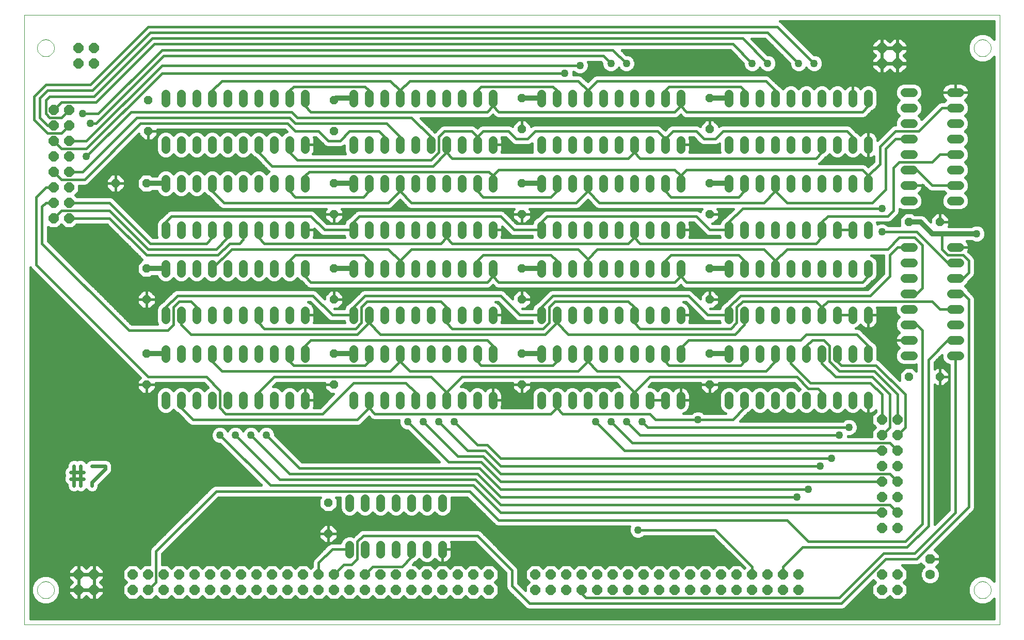
<source format=gtl>
G75*
%MOIN*%
%OFA0B0*%
%FSLAX24Y24*%
%IPPOS*%
%LPD*%
%AMOC8*
5,1,8,0,0,1.08239X$1,22.5*
%
%ADD10C,0.0000*%
%ADD11C,0.0230*%
%ADD12C,0.0560*%
%ADD13OC8,0.0560*%
%ADD14OC8,0.0640*%
%ADD15OC8,0.0630*%
%ADD16C,0.0630*%
%ADD17C,0.0160*%
%ADD18C,0.0500*%
%ADD19C,0.0320*%
D10*
X003890Y003890D02*
X003890Y043260D01*
X066882Y043260D01*
X066882Y003890D01*
X003890Y003890D01*
X004715Y006140D02*
X004717Y006187D01*
X004723Y006233D01*
X004733Y006279D01*
X004746Y006323D01*
X004764Y006367D01*
X004785Y006408D01*
X004809Y006448D01*
X004837Y006486D01*
X004868Y006521D01*
X004902Y006553D01*
X004938Y006582D01*
X004977Y006608D01*
X005017Y006631D01*
X005060Y006650D01*
X005104Y006666D01*
X005149Y006678D01*
X005195Y006686D01*
X005242Y006690D01*
X005288Y006690D01*
X005335Y006686D01*
X005381Y006678D01*
X005426Y006666D01*
X005470Y006650D01*
X005513Y006631D01*
X005553Y006608D01*
X005592Y006582D01*
X005628Y006553D01*
X005662Y006521D01*
X005693Y006486D01*
X005721Y006448D01*
X005745Y006408D01*
X005766Y006367D01*
X005784Y006323D01*
X005797Y006279D01*
X005807Y006233D01*
X005813Y006187D01*
X005815Y006140D01*
X005813Y006093D01*
X005807Y006047D01*
X005797Y006001D01*
X005784Y005957D01*
X005766Y005913D01*
X005745Y005872D01*
X005721Y005832D01*
X005693Y005794D01*
X005662Y005759D01*
X005628Y005727D01*
X005592Y005698D01*
X005553Y005672D01*
X005513Y005649D01*
X005470Y005630D01*
X005426Y005614D01*
X005381Y005602D01*
X005335Y005594D01*
X005288Y005590D01*
X005242Y005590D01*
X005195Y005594D01*
X005149Y005602D01*
X005104Y005614D01*
X005060Y005630D01*
X005017Y005649D01*
X004977Y005672D01*
X004938Y005698D01*
X004902Y005727D01*
X004868Y005759D01*
X004837Y005794D01*
X004809Y005832D01*
X004785Y005872D01*
X004764Y005913D01*
X004746Y005957D01*
X004733Y006001D01*
X004723Y006047D01*
X004717Y006093D01*
X004715Y006140D01*
X004715Y041140D02*
X004717Y041187D01*
X004723Y041233D01*
X004733Y041279D01*
X004746Y041323D01*
X004764Y041367D01*
X004785Y041408D01*
X004809Y041448D01*
X004837Y041486D01*
X004868Y041521D01*
X004902Y041553D01*
X004938Y041582D01*
X004977Y041608D01*
X005017Y041631D01*
X005060Y041650D01*
X005104Y041666D01*
X005149Y041678D01*
X005195Y041686D01*
X005242Y041690D01*
X005288Y041690D01*
X005335Y041686D01*
X005381Y041678D01*
X005426Y041666D01*
X005470Y041650D01*
X005513Y041631D01*
X005553Y041608D01*
X005592Y041582D01*
X005628Y041553D01*
X005662Y041521D01*
X005693Y041486D01*
X005721Y041448D01*
X005745Y041408D01*
X005766Y041367D01*
X005784Y041323D01*
X005797Y041279D01*
X005807Y041233D01*
X005813Y041187D01*
X005815Y041140D01*
X005813Y041093D01*
X005807Y041047D01*
X005797Y041001D01*
X005784Y040957D01*
X005766Y040913D01*
X005745Y040872D01*
X005721Y040832D01*
X005693Y040794D01*
X005662Y040759D01*
X005628Y040727D01*
X005592Y040698D01*
X005553Y040672D01*
X005513Y040649D01*
X005470Y040630D01*
X005426Y040614D01*
X005381Y040602D01*
X005335Y040594D01*
X005288Y040590D01*
X005242Y040590D01*
X005195Y040594D01*
X005149Y040602D01*
X005104Y040614D01*
X005060Y040630D01*
X005017Y040649D01*
X004977Y040672D01*
X004938Y040698D01*
X004902Y040727D01*
X004868Y040759D01*
X004837Y040794D01*
X004809Y040832D01*
X004785Y040872D01*
X004764Y040913D01*
X004746Y040957D01*
X004733Y041001D01*
X004723Y041047D01*
X004717Y041093D01*
X004715Y041140D01*
X065215Y041140D02*
X065217Y041187D01*
X065223Y041233D01*
X065233Y041279D01*
X065246Y041323D01*
X065264Y041367D01*
X065285Y041408D01*
X065309Y041448D01*
X065337Y041486D01*
X065368Y041521D01*
X065402Y041553D01*
X065438Y041582D01*
X065477Y041608D01*
X065517Y041631D01*
X065560Y041650D01*
X065604Y041666D01*
X065649Y041678D01*
X065695Y041686D01*
X065742Y041690D01*
X065788Y041690D01*
X065835Y041686D01*
X065881Y041678D01*
X065926Y041666D01*
X065970Y041650D01*
X066013Y041631D01*
X066053Y041608D01*
X066092Y041582D01*
X066128Y041553D01*
X066162Y041521D01*
X066193Y041486D01*
X066221Y041448D01*
X066245Y041408D01*
X066266Y041367D01*
X066284Y041323D01*
X066297Y041279D01*
X066307Y041233D01*
X066313Y041187D01*
X066315Y041140D01*
X066313Y041093D01*
X066307Y041047D01*
X066297Y041001D01*
X066284Y040957D01*
X066266Y040913D01*
X066245Y040872D01*
X066221Y040832D01*
X066193Y040794D01*
X066162Y040759D01*
X066128Y040727D01*
X066092Y040698D01*
X066053Y040672D01*
X066013Y040649D01*
X065970Y040630D01*
X065926Y040614D01*
X065881Y040602D01*
X065835Y040594D01*
X065788Y040590D01*
X065742Y040590D01*
X065695Y040594D01*
X065649Y040602D01*
X065604Y040614D01*
X065560Y040630D01*
X065517Y040649D01*
X065477Y040672D01*
X065438Y040698D01*
X065402Y040727D01*
X065368Y040759D01*
X065337Y040794D01*
X065309Y040832D01*
X065285Y040872D01*
X065264Y040913D01*
X065246Y040957D01*
X065233Y041001D01*
X065223Y041047D01*
X065217Y041093D01*
X065215Y041140D01*
X065215Y006140D02*
X065217Y006187D01*
X065223Y006233D01*
X065233Y006279D01*
X065246Y006323D01*
X065264Y006367D01*
X065285Y006408D01*
X065309Y006448D01*
X065337Y006486D01*
X065368Y006521D01*
X065402Y006553D01*
X065438Y006582D01*
X065477Y006608D01*
X065517Y006631D01*
X065560Y006650D01*
X065604Y006666D01*
X065649Y006678D01*
X065695Y006686D01*
X065742Y006690D01*
X065788Y006690D01*
X065835Y006686D01*
X065881Y006678D01*
X065926Y006666D01*
X065970Y006650D01*
X066013Y006631D01*
X066053Y006608D01*
X066092Y006582D01*
X066128Y006553D01*
X066162Y006521D01*
X066193Y006486D01*
X066221Y006448D01*
X066245Y006408D01*
X066266Y006367D01*
X066284Y006323D01*
X066297Y006279D01*
X066307Y006233D01*
X066313Y006187D01*
X066315Y006140D01*
X066313Y006093D01*
X066307Y006047D01*
X066297Y006001D01*
X066284Y005957D01*
X066266Y005913D01*
X066245Y005872D01*
X066221Y005832D01*
X066193Y005794D01*
X066162Y005759D01*
X066128Y005727D01*
X066092Y005698D01*
X066053Y005672D01*
X066013Y005649D01*
X065970Y005630D01*
X065926Y005614D01*
X065881Y005602D01*
X065835Y005594D01*
X065788Y005590D01*
X065742Y005590D01*
X065695Y005594D01*
X065649Y005602D01*
X065604Y005614D01*
X065560Y005630D01*
X065517Y005649D01*
X065477Y005672D01*
X065438Y005698D01*
X065402Y005727D01*
X065368Y005759D01*
X065337Y005794D01*
X065309Y005832D01*
X065285Y005872D01*
X065264Y005913D01*
X065246Y005957D01*
X065233Y006001D01*
X065223Y006047D01*
X065217Y006093D01*
X065215Y006140D01*
D11*
X009109Y013939D02*
X008261Y013092D01*
X008261Y012880D01*
X007727Y013304D02*
X006880Y013304D01*
X006880Y013727D02*
X007516Y013727D01*
X007727Y013727D01*
X007516Y014151D02*
X007516Y012880D01*
X007092Y012880D02*
X007092Y014151D01*
X008261Y014151D02*
X009109Y014151D01*
X009109Y013939D01*
D12*
X013015Y018110D02*
X013015Y018670D01*
X014015Y018670D02*
X014015Y018110D01*
X015015Y018110D02*
X015015Y018670D01*
X016015Y018670D02*
X016015Y018110D01*
X017015Y018110D02*
X017015Y018670D01*
X018015Y018670D02*
X018015Y018110D01*
X019015Y018110D02*
X019015Y018670D01*
X020015Y018670D02*
X020015Y018110D01*
X021015Y018110D02*
X021015Y018670D01*
X022015Y018670D02*
X022015Y018110D01*
X025140Y018110D02*
X025140Y018670D01*
X026140Y018670D02*
X026140Y018110D01*
X027140Y018110D02*
X027140Y018670D01*
X028140Y018670D02*
X028140Y018110D01*
X029140Y018110D02*
X029140Y018670D01*
X030140Y018670D02*
X030140Y018110D01*
X031140Y018110D02*
X031140Y018670D01*
X032140Y018670D02*
X032140Y018110D01*
X033140Y018110D02*
X033140Y018670D01*
X034140Y018670D02*
X034140Y018110D01*
X037265Y018110D02*
X037265Y018670D01*
X038265Y018670D02*
X038265Y018110D01*
X039265Y018110D02*
X039265Y018670D01*
X040265Y018670D02*
X040265Y018110D01*
X041265Y018110D02*
X041265Y018670D01*
X042265Y018670D02*
X042265Y018110D01*
X043265Y018110D02*
X043265Y018670D01*
X044265Y018670D02*
X044265Y018110D01*
X045265Y018110D02*
X045265Y018670D01*
X046265Y018670D02*
X046265Y018110D01*
X049390Y018110D02*
X049390Y018670D01*
X050390Y018670D02*
X050390Y018110D01*
X051390Y018110D02*
X051390Y018670D01*
X052390Y018670D02*
X052390Y018110D01*
X053390Y018110D02*
X053390Y018670D01*
X054390Y018670D02*
X054390Y018110D01*
X055390Y018110D02*
X055390Y018670D01*
X056390Y018670D02*
X056390Y018110D01*
X057390Y018110D02*
X057390Y018670D01*
X058390Y018670D02*
X058390Y018110D01*
X058390Y021110D02*
X058390Y021670D01*
X057390Y021670D02*
X057390Y021110D01*
X056390Y021110D02*
X056390Y021670D01*
X055390Y021670D02*
X055390Y021110D01*
X054390Y021110D02*
X054390Y021670D01*
X053390Y021670D02*
X053390Y021110D01*
X052390Y021110D02*
X052390Y021670D01*
X051390Y021670D02*
X051390Y021110D01*
X050390Y021110D02*
X050390Y021670D01*
X049390Y021670D02*
X049390Y021110D01*
X046265Y021110D02*
X046265Y021670D01*
X045265Y021670D02*
X045265Y021110D01*
X044265Y021110D02*
X044265Y021670D01*
X043265Y021670D02*
X043265Y021110D01*
X042265Y021110D02*
X042265Y021670D01*
X041265Y021670D02*
X041265Y021110D01*
X040265Y021110D02*
X040265Y021670D01*
X039265Y021670D02*
X039265Y021110D01*
X038265Y021110D02*
X038265Y021670D01*
X037265Y021670D02*
X037265Y021110D01*
X034140Y021110D02*
X034140Y021670D01*
X033140Y021670D02*
X033140Y021110D01*
X032140Y021110D02*
X032140Y021670D01*
X031140Y021670D02*
X031140Y021110D01*
X030140Y021110D02*
X030140Y021670D01*
X029140Y021670D02*
X029140Y021110D01*
X028140Y021110D02*
X028140Y021670D01*
X027140Y021670D02*
X027140Y021110D01*
X026140Y021110D02*
X026140Y021670D01*
X025140Y021670D02*
X025140Y021110D01*
X022015Y021110D02*
X022015Y021670D01*
X021015Y021670D02*
X021015Y021110D01*
X020015Y021110D02*
X020015Y021670D01*
X019015Y021670D02*
X019015Y021110D01*
X018015Y021110D02*
X018015Y021670D01*
X017015Y021670D02*
X017015Y021110D01*
X016015Y021110D02*
X016015Y021670D01*
X015015Y021670D02*
X015015Y021110D01*
X014015Y021110D02*
X014015Y021670D01*
X013015Y021670D02*
X013015Y021110D01*
X013015Y023610D02*
X013015Y024170D01*
X014015Y024170D02*
X014015Y023610D01*
X015015Y023610D02*
X015015Y024170D01*
X016015Y024170D02*
X016015Y023610D01*
X017015Y023610D02*
X017015Y024170D01*
X018015Y024170D02*
X018015Y023610D01*
X019015Y023610D02*
X019015Y024170D01*
X020015Y024170D02*
X020015Y023610D01*
X021015Y023610D02*
X021015Y024170D01*
X022015Y024170D02*
X022015Y023610D01*
X025140Y023610D02*
X025140Y024170D01*
X026140Y024170D02*
X026140Y023610D01*
X027140Y023610D02*
X027140Y024170D01*
X028140Y024170D02*
X028140Y023610D01*
X029140Y023610D02*
X029140Y024170D01*
X030140Y024170D02*
X030140Y023610D01*
X031140Y023610D02*
X031140Y024170D01*
X032140Y024170D02*
X032140Y023610D01*
X033140Y023610D02*
X033140Y024170D01*
X034140Y024170D02*
X034140Y023610D01*
X037265Y023610D02*
X037265Y024170D01*
X038265Y024170D02*
X038265Y023610D01*
X039265Y023610D02*
X039265Y024170D01*
X040265Y024170D02*
X040265Y023610D01*
X041265Y023610D02*
X041265Y024170D01*
X042265Y024170D02*
X042265Y023610D01*
X043265Y023610D02*
X043265Y024170D01*
X044265Y024170D02*
X044265Y023610D01*
X045265Y023610D02*
X045265Y024170D01*
X046265Y024170D02*
X046265Y023610D01*
X049390Y023610D02*
X049390Y024170D01*
X050390Y024170D02*
X050390Y023610D01*
X051390Y023610D02*
X051390Y024170D01*
X052390Y024170D02*
X052390Y023610D01*
X053390Y023610D02*
X053390Y024170D01*
X054390Y024170D02*
X054390Y023610D01*
X055390Y023610D02*
X055390Y024170D01*
X056390Y024170D02*
X056390Y023610D01*
X057390Y023610D02*
X057390Y024170D01*
X058390Y024170D02*
X058390Y023610D01*
X060735Y023265D02*
X061295Y023265D01*
X061295Y022265D02*
X060735Y022265D01*
X060735Y021265D02*
X061295Y021265D01*
X063735Y021265D02*
X064295Y021265D01*
X064295Y022265D02*
X063735Y022265D01*
X063735Y023265D02*
X064295Y023265D01*
X064295Y024265D02*
X063735Y024265D01*
X063735Y025265D02*
X064295Y025265D01*
X064295Y026265D02*
X063735Y026265D01*
X063735Y027265D02*
X064295Y027265D01*
X064295Y028265D02*
X063735Y028265D01*
X061295Y028265D02*
X060735Y028265D01*
X060735Y027265D02*
X061295Y027265D01*
X061295Y026265D02*
X060735Y026265D01*
X060735Y025265D02*
X061295Y025265D01*
X061295Y024265D02*
X060735Y024265D01*
X058390Y026610D02*
X058390Y027170D01*
X057390Y027170D02*
X057390Y026610D01*
X056390Y026610D02*
X056390Y027170D01*
X055390Y027170D02*
X055390Y026610D01*
X054390Y026610D02*
X054390Y027170D01*
X053390Y027170D02*
X053390Y026610D01*
X052390Y026610D02*
X052390Y027170D01*
X051390Y027170D02*
X051390Y026610D01*
X050390Y026610D02*
X050390Y027170D01*
X049390Y027170D02*
X049390Y026610D01*
X046265Y026610D02*
X046265Y027170D01*
X045265Y027170D02*
X045265Y026610D01*
X044265Y026610D02*
X044265Y027170D01*
X043265Y027170D02*
X043265Y026610D01*
X042265Y026610D02*
X042265Y027170D01*
X041265Y027170D02*
X041265Y026610D01*
X040265Y026610D02*
X040265Y027170D01*
X039265Y027170D02*
X039265Y026610D01*
X038265Y026610D02*
X038265Y027170D01*
X037265Y027170D02*
X037265Y026610D01*
X034140Y026610D02*
X034140Y027170D01*
X033140Y027170D02*
X033140Y026610D01*
X032140Y026610D02*
X032140Y027170D01*
X031140Y027170D02*
X031140Y026610D01*
X030140Y026610D02*
X030140Y027170D01*
X029140Y027170D02*
X029140Y026610D01*
X028140Y026610D02*
X028140Y027170D01*
X027140Y027170D02*
X027140Y026610D01*
X026140Y026610D02*
X026140Y027170D01*
X025140Y027170D02*
X025140Y026610D01*
X022015Y026610D02*
X022015Y027170D01*
X021015Y027170D02*
X021015Y026610D01*
X020015Y026610D02*
X020015Y027170D01*
X019015Y027170D02*
X019015Y026610D01*
X018015Y026610D02*
X018015Y027170D01*
X017015Y027170D02*
X017015Y026610D01*
X016015Y026610D02*
X016015Y027170D01*
X015015Y027170D02*
X015015Y026610D01*
X014015Y026610D02*
X014015Y027170D01*
X013015Y027170D02*
X013015Y026610D01*
X013015Y029110D02*
X013015Y029670D01*
X014015Y029670D02*
X014015Y029110D01*
X015015Y029110D02*
X015015Y029670D01*
X016015Y029670D02*
X016015Y029110D01*
X017015Y029110D02*
X017015Y029670D01*
X018015Y029670D02*
X018015Y029110D01*
X019015Y029110D02*
X019015Y029670D01*
X020015Y029670D02*
X020015Y029110D01*
X021015Y029110D02*
X021015Y029670D01*
X022015Y029670D02*
X022015Y029110D01*
X025140Y029110D02*
X025140Y029670D01*
X026140Y029670D02*
X026140Y029110D01*
X027140Y029110D02*
X027140Y029670D01*
X028140Y029670D02*
X028140Y029110D01*
X029140Y029110D02*
X029140Y029670D01*
X030140Y029670D02*
X030140Y029110D01*
X031140Y029110D02*
X031140Y029670D01*
X032140Y029670D02*
X032140Y029110D01*
X033140Y029110D02*
X033140Y029670D01*
X034140Y029670D02*
X034140Y029110D01*
X037265Y029110D02*
X037265Y029670D01*
X038265Y029670D02*
X038265Y029110D01*
X039265Y029110D02*
X039265Y029670D01*
X040265Y029670D02*
X040265Y029110D01*
X041265Y029110D02*
X041265Y029670D01*
X042265Y029670D02*
X042265Y029110D01*
X043265Y029110D02*
X043265Y029670D01*
X044265Y029670D02*
X044265Y029110D01*
X045265Y029110D02*
X045265Y029670D01*
X046265Y029670D02*
X046265Y029110D01*
X049390Y029110D02*
X049390Y029670D01*
X050390Y029670D02*
X050390Y029110D01*
X051390Y029110D02*
X051390Y029670D01*
X052390Y029670D02*
X052390Y029110D01*
X053390Y029110D02*
X053390Y029670D01*
X054390Y029670D02*
X054390Y029110D01*
X055390Y029110D02*
X055390Y029670D01*
X056390Y029670D02*
X056390Y029110D01*
X057390Y029110D02*
X057390Y029670D01*
X058390Y029670D02*
X058390Y029110D01*
X060735Y031265D02*
X061295Y031265D01*
X061295Y032265D02*
X060735Y032265D01*
X060735Y033265D02*
X061295Y033265D01*
X061295Y034265D02*
X060735Y034265D01*
X060735Y035265D02*
X061295Y035265D01*
X061295Y036265D02*
X060735Y036265D01*
X060735Y037265D02*
X061295Y037265D01*
X061295Y038265D02*
X060735Y038265D01*
X058390Y038170D02*
X058390Y037610D01*
X057390Y037610D02*
X057390Y038170D01*
X056390Y038170D02*
X056390Y037610D01*
X055390Y037610D02*
X055390Y038170D01*
X054390Y038170D02*
X054390Y037610D01*
X053390Y037610D02*
X053390Y038170D01*
X052390Y038170D02*
X052390Y037610D01*
X051390Y037610D02*
X051390Y038170D01*
X050390Y038170D02*
X050390Y037610D01*
X049390Y037610D02*
X049390Y038170D01*
X046265Y038170D02*
X046265Y037610D01*
X045265Y037610D02*
X045265Y038170D01*
X044265Y038170D02*
X044265Y037610D01*
X043265Y037610D02*
X043265Y038170D01*
X042265Y038170D02*
X042265Y037610D01*
X041265Y037610D02*
X041265Y038170D01*
X040265Y038170D02*
X040265Y037610D01*
X039265Y037610D02*
X039265Y038170D01*
X038265Y038170D02*
X038265Y037610D01*
X037265Y037610D02*
X037265Y038170D01*
X034140Y038170D02*
X034140Y037610D01*
X033140Y037610D02*
X033140Y038170D01*
X032140Y038170D02*
X032140Y037610D01*
X031140Y037610D02*
X031140Y038170D01*
X030140Y038170D02*
X030140Y037610D01*
X029140Y037610D02*
X029140Y038170D01*
X028140Y038170D02*
X028140Y037610D01*
X027140Y037610D02*
X027140Y038170D01*
X026140Y038170D02*
X026140Y037610D01*
X025140Y037610D02*
X025140Y038170D01*
X022015Y038170D02*
X022015Y037610D01*
X021015Y037610D02*
X021015Y038170D01*
X020015Y038170D02*
X020015Y037610D01*
X019015Y037610D02*
X019015Y038170D01*
X018015Y038170D02*
X018015Y037610D01*
X017015Y037610D02*
X017015Y038170D01*
X016015Y038170D02*
X016015Y037610D01*
X015015Y037610D02*
X015015Y038170D01*
X014015Y038170D02*
X014015Y037610D01*
X013015Y037610D02*
X013015Y038170D01*
X013015Y035170D02*
X013015Y034610D01*
X014015Y034610D02*
X014015Y035170D01*
X015015Y035170D02*
X015015Y034610D01*
X016015Y034610D02*
X016015Y035170D01*
X017015Y035170D02*
X017015Y034610D01*
X018015Y034610D02*
X018015Y035170D01*
X019015Y035170D02*
X019015Y034610D01*
X020015Y034610D02*
X020015Y035170D01*
X021015Y035170D02*
X021015Y034610D01*
X022015Y034610D02*
X022015Y035170D01*
X025140Y035170D02*
X025140Y034610D01*
X026140Y034610D02*
X026140Y035170D01*
X027140Y035170D02*
X027140Y034610D01*
X028140Y034610D02*
X028140Y035170D01*
X029140Y035170D02*
X029140Y034610D01*
X030140Y034610D02*
X030140Y035170D01*
X031140Y035170D02*
X031140Y034610D01*
X032140Y034610D02*
X032140Y035170D01*
X033140Y035170D02*
X033140Y034610D01*
X034140Y034610D02*
X034140Y035170D01*
X037265Y035170D02*
X037265Y034610D01*
X038265Y034610D02*
X038265Y035170D01*
X039265Y035170D02*
X039265Y034610D01*
X040265Y034610D02*
X040265Y035170D01*
X041265Y035170D02*
X041265Y034610D01*
X042265Y034610D02*
X042265Y035170D01*
X043265Y035170D02*
X043265Y034610D01*
X044265Y034610D02*
X044265Y035170D01*
X045265Y035170D02*
X045265Y034610D01*
X046265Y034610D02*
X046265Y035170D01*
X049390Y035170D02*
X049390Y034610D01*
X050390Y034610D02*
X050390Y035170D01*
X051390Y035170D02*
X051390Y034610D01*
X052390Y034610D02*
X052390Y035170D01*
X053390Y035170D02*
X053390Y034610D01*
X054390Y034610D02*
X054390Y035170D01*
X055390Y035170D02*
X055390Y034610D01*
X056390Y034610D02*
X056390Y035170D01*
X057390Y035170D02*
X057390Y034610D01*
X058390Y034610D02*
X058390Y035170D01*
X058390Y032670D02*
X058390Y032110D01*
X057390Y032110D02*
X057390Y032670D01*
X056390Y032670D02*
X056390Y032110D01*
X055390Y032110D02*
X055390Y032670D01*
X054390Y032670D02*
X054390Y032110D01*
X053390Y032110D02*
X053390Y032670D01*
X052390Y032670D02*
X052390Y032110D01*
X051390Y032110D02*
X051390Y032670D01*
X050390Y032670D02*
X050390Y032110D01*
X049390Y032110D02*
X049390Y032670D01*
X046265Y032670D02*
X046265Y032110D01*
X045265Y032110D02*
X045265Y032670D01*
X044265Y032670D02*
X044265Y032110D01*
X043265Y032110D02*
X043265Y032670D01*
X042265Y032670D02*
X042265Y032110D01*
X041265Y032110D02*
X041265Y032670D01*
X040265Y032670D02*
X040265Y032110D01*
X039265Y032110D02*
X039265Y032670D01*
X038265Y032670D02*
X038265Y032110D01*
X037265Y032110D02*
X037265Y032670D01*
X034140Y032670D02*
X034140Y032110D01*
X033140Y032110D02*
X033140Y032670D01*
X032140Y032670D02*
X032140Y032110D01*
X031140Y032110D02*
X031140Y032670D01*
X030140Y032670D02*
X030140Y032110D01*
X029140Y032110D02*
X029140Y032670D01*
X028140Y032670D02*
X028140Y032110D01*
X027140Y032110D02*
X027140Y032670D01*
X026140Y032670D02*
X026140Y032110D01*
X025140Y032110D02*
X025140Y032670D01*
X022015Y032670D02*
X022015Y032110D01*
X021015Y032110D02*
X021015Y032670D01*
X020015Y032670D02*
X020015Y032110D01*
X019015Y032110D02*
X019015Y032670D01*
X018015Y032670D02*
X018015Y032110D01*
X017015Y032110D02*
X017015Y032670D01*
X016015Y032670D02*
X016015Y032110D01*
X015015Y032110D02*
X015015Y032670D01*
X014015Y032670D02*
X014015Y032110D01*
X013015Y032110D02*
X013015Y032670D01*
X024890Y012045D02*
X024890Y011485D01*
X025890Y011485D02*
X025890Y012045D01*
X026890Y012045D02*
X026890Y011485D01*
X027890Y011485D02*
X027890Y012045D01*
X028890Y012045D02*
X028890Y011485D01*
X029890Y011485D02*
X029890Y012045D01*
X030890Y012045D02*
X030890Y011485D01*
X030890Y009045D02*
X030890Y008485D01*
X029890Y008485D02*
X029890Y009045D01*
X028890Y009045D02*
X028890Y008485D01*
X027890Y008485D02*
X027890Y009045D01*
X026890Y009045D02*
X026890Y008485D01*
X025890Y008485D02*
X025890Y009045D01*
X024890Y009045D02*
X024890Y008485D01*
X063735Y031265D02*
X064295Y031265D01*
X064295Y032265D02*
X063735Y032265D01*
X063735Y033265D02*
X064295Y033265D01*
X064295Y034265D02*
X063735Y034265D01*
X063735Y035265D02*
X064295Y035265D01*
X064295Y036265D02*
X063735Y036265D01*
X063735Y037265D02*
X064295Y037265D01*
X064295Y038265D02*
X063735Y038265D01*
D13*
X063015Y029890D03*
X061015Y029890D03*
X048140Y030390D03*
X048140Y032390D03*
X048140Y035890D03*
X048140Y037890D03*
X036015Y037890D03*
X036015Y035890D03*
X036015Y032390D03*
X036015Y030390D03*
X036015Y026890D03*
X036015Y024890D03*
X036015Y021390D03*
X036015Y019390D03*
X023890Y019390D03*
X023890Y021390D03*
X023890Y024890D03*
X023890Y026890D03*
X023890Y030390D03*
X023890Y032390D03*
X023890Y035765D03*
X023890Y037765D03*
X011890Y037765D03*
X011890Y035765D03*
X011765Y032390D03*
X009765Y032390D03*
X011765Y026890D03*
X011765Y024890D03*
X011765Y021390D03*
X011765Y019390D03*
X023515Y011765D03*
X023515Y009765D03*
X048140Y019390D03*
X048140Y021390D03*
X048140Y024890D03*
X048140Y026890D03*
X061015Y019890D03*
X063015Y019890D03*
D14*
X060265Y017140D03*
X059265Y017140D03*
X059265Y016140D03*
X060265Y016140D03*
X060265Y015140D03*
X059265Y015140D03*
X059265Y014140D03*
X060265Y014140D03*
X060265Y013140D03*
X059265Y013140D03*
X059265Y012140D03*
X060265Y012140D03*
X060265Y011140D03*
X059265Y011140D03*
X059265Y010140D03*
X060265Y010140D03*
X060265Y007140D03*
X059265Y007140D03*
X059265Y006140D03*
X060265Y006140D03*
X053890Y006140D03*
X053890Y007140D03*
X052890Y007140D03*
X051890Y007140D03*
X051890Y006140D03*
X052890Y006140D03*
X050890Y006140D03*
X049890Y006140D03*
X049890Y007140D03*
X050890Y007140D03*
X048890Y007140D03*
X047890Y007140D03*
X046890Y007140D03*
X046890Y006140D03*
X047890Y006140D03*
X048890Y006140D03*
X045890Y006140D03*
X044890Y006140D03*
X044890Y007140D03*
X045890Y007140D03*
X043890Y007140D03*
X042890Y007140D03*
X041890Y007140D03*
X041890Y006140D03*
X042890Y006140D03*
X043890Y006140D03*
X040890Y006140D03*
X039890Y006140D03*
X039890Y007140D03*
X040890Y007140D03*
X038890Y007140D03*
X037890Y007140D03*
X036890Y007140D03*
X036890Y006140D03*
X037890Y006140D03*
X038890Y006140D03*
X033890Y006140D03*
X032890Y006140D03*
X032890Y007140D03*
X033890Y007140D03*
X031890Y007140D03*
X030890Y007140D03*
X029890Y007140D03*
X029890Y006140D03*
X030890Y006140D03*
X031890Y006140D03*
X028890Y006140D03*
X027890Y006140D03*
X027890Y007140D03*
X028890Y007140D03*
X026890Y007140D03*
X025890Y007140D03*
X024890Y007140D03*
X024890Y006140D03*
X025890Y006140D03*
X026890Y006140D03*
X023890Y006140D03*
X022890Y006140D03*
X022890Y007140D03*
X023890Y007140D03*
X021890Y007140D03*
X020890Y007140D03*
X019890Y007140D03*
X019890Y006140D03*
X020890Y006140D03*
X021890Y006140D03*
X018890Y006140D03*
X017890Y006140D03*
X017890Y007140D03*
X018890Y007140D03*
X016890Y007140D03*
X015890Y007140D03*
X015890Y006140D03*
X016890Y006140D03*
X014890Y006140D03*
X013890Y006140D03*
X012890Y006140D03*
X012890Y007140D03*
X013890Y007140D03*
X014890Y007140D03*
X011890Y007140D03*
X010890Y007140D03*
X010890Y006140D03*
X011890Y006140D03*
X008390Y006140D03*
X007390Y006140D03*
X007390Y007140D03*
X008390Y007140D03*
X006765Y030140D03*
X005765Y030140D03*
X005765Y031140D03*
X006765Y031140D03*
X006765Y032140D03*
X005765Y032140D03*
X005765Y033140D03*
X006765Y033140D03*
X006765Y034140D03*
X005765Y034140D03*
X005765Y035140D03*
X006765Y035140D03*
X006765Y036140D03*
X005765Y036140D03*
X005765Y037140D03*
X006765Y037140D03*
X007390Y040140D03*
X008390Y040140D03*
X008390Y041140D03*
X007390Y041140D03*
X059265Y041140D03*
X060265Y041140D03*
X060265Y040140D03*
X059265Y040140D03*
D15*
X062390Y008140D03*
D16*
X062390Y007140D03*
D17*
X062979Y006902D02*
X065211Y006902D01*
X065238Y006928D02*
X064977Y006667D01*
X064835Y006325D01*
X064835Y005955D01*
X064977Y005613D01*
X065238Y005352D01*
X065580Y005210D01*
X065950Y005210D01*
X066292Y005352D01*
X066502Y005562D01*
X066502Y004270D01*
X004270Y004270D01*
X004270Y026988D01*
X004301Y026913D01*
X011370Y019844D01*
X011165Y019639D01*
X011165Y019390D01*
X011765Y019390D01*
X012365Y019390D01*
X012365Y019490D01*
X015474Y019490D01*
X015753Y019211D01*
X015675Y019179D01*
X015515Y019019D01*
X015355Y019179D01*
X015134Y019270D01*
X014896Y019270D01*
X014675Y019179D01*
X014515Y019019D01*
X014355Y019179D01*
X014134Y019270D01*
X013896Y019270D01*
X013675Y019179D01*
X013515Y019019D01*
X013355Y019179D01*
X013134Y019270D01*
X012896Y019270D01*
X012675Y019179D01*
X012506Y019010D01*
X012415Y018789D01*
X004270Y018789D01*
X004270Y018631D02*
X012415Y018631D01*
X012415Y018789D02*
X012415Y017991D01*
X012506Y017770D01*
X012675Y017601D01*
X012896Y017510D01*
X013134Y017510D01*
X013355Y017601D01*
X013515Y017761D01*
X013675Y017601D01*
X013782Y017557D01*
X014426Y016913D01*
X014538Y016801D01*
X014685Y016740D01*
X025470Y016740D01*
X025617Y016801D01*
X026140Y017324D01*
X026288Y017176D01*
X026435Y017115D01*
X028070Y017115D01*
X028070Y016902D01*
X028157Y016692D01*
X028317Y016532D01*
X028527Y016445D01*
X028644Y016445D01*
X030674Y014415D01*
X021806Y014415D01*
X020085Y016136D01*
X020085Y016253D01*
X028836Y016253D01*
X028678Y016412D02*
X020019Y016412D01*
X019998Y016463D02*
X019838Y016623D01*
X019628Y016710D01*
X019402Y016710D01*
X019192Y016623D01*
X019032Y016463D01*
X019015Y016422D01*
X018998Y016463D01*
X018838Y016623D01*
X018628Y016710D01*
X018402Y016710D01*
X018192Y016623D01*
X018032Y016463D01*
X018015Y016422D01*
X017998Y016463D01*
X017838Y016623D01*
X017628Y016710D01*
X017402Y016710D01*
X017192Y016623D01*
X017032Y016463D01*
X017015Y016422D01*
X016998Y016463D01*
X016838Y016623D01*
X016628Y016710D01*
X016402Y016710D01*
X016192Y016623D01*
X016032Y016463D01*
X015945Y016253D01*
X004270Y016253D01*
X004270Y016095D02*
X015945Y016095D01*
X015945Y016027D02*
X015945Y016253D01*
X016011Y016412D02*
X004270Y016412D01*
X004270Y016570D02*
X016139Y016570D01*
X016515Y016140D02*
X019765Y012890D01*
X032890Y012890D01*
X034640Y011140D01*
X059265Y011140D01*
X059765Y011640D02*
X060265Y011140D01*
X059765Y011640D02*
X034640Y011640D01*
X033015Y013265D01*
X020390Y013265D01*
X017515Y016140D01*
X017891Y016570D02*
X018139Y016570D01*
X018515Y016140D02*
X021015Y013640D01*
X033140Y013640D01*
X034640Y012140D01*
X053765Y012140D01*
X054515Y012640D02*
X034640Y012640D01*
X033265Y014015D01*
X021640Y014015D01*
X019515Y016140D01*
X019891Y016570D02*
X028279Y016570D01*
X028142Y016729D02*
X004270Y016729D01*
X004270Y016887D02*
X014452Y016887D01*
X014294Y017046D02*
X004270Y017046D01*
X004270Y017204D02*
X014135Y017204D01*
X013977Y017363D02*
X004270Y017363D01*
X004270Y017521D02*
X012869Y017521D01*
X013161Y017521D02*
X013818Y017521D01*
X013597Y017680D02*
X013433Y017680D01*
X014015Y017890D02*
X014015Y018390D01*
X014015Y017890D02*
X014765Y017140D01*
X025390Y017140D01*
X026140Y017890D01*
X026140Y018390D01*
X026140Y017890D02*
X026515Y017515D01*
X037890Y017515D01*
X038265Y017890D01*
X038640Y017515D01*
X044265Y017515D01*
X044640Y017140D01*
X047390Y017140D01*
X049640Y017140D01*
X050390Y017890D01*
X050390Y018390D01*
X050890Y017761D02*
X051050Y017601D01*
X051271Y017510D01*
X051509Y017510D01*
X051730Y017601D01*
X051890Y017761D01*
X052050Y017601D01*
X052271Y017510D01*
X052509Y017510D01*
X052730Y017601D01*
X052890Y017761D01*
X053050Y017601D01*
X053271Y017510D01*
X053509Y017510D01*
X053730Y017601D01*
X053890Y017761D01*
X054050Y017601D01*
X054271Y017510D01*
X054509Y017510D01*
X054730Y017601D01*
X054890Y017761D01*
X055050Y017601D01*
X055271Y017510D01*
X055509Y017510D01*
X055730Y017601D01*
X055890Y017761D01*
X056050Y017601D01*
X056271Y017510D01*
X056509Y017510D01*
X056730Y017601D01*
X056890Y017761D01*
X057050Y017601D01*
X057271Y017510D01*
X057509Y017510D01*
X057730Y017601D01*
X057897Y017768D01*
X057932Y017719D01*
X057999Y017652D01*
X058076Y017597D01*
X058160Y017554D01*
X058249Y017525D01*
X058343Y017510D01*
X058390Y017510D01*
X058437Y017510D01*
X058530Y017525D01*
X058620Y017554D01*
X058704Y017597D01*
X058781Y017652D01*
X058848Y017719D01*
X058865Y017743D01*
X058865Y017645D01*
X058625Y017405D01*
X058625Y016875D01*
X058860Y016640D01*
X058625Y016405D01*
X058625Y016040D01*
X057085Y016040D01*
X057085Y016070D01*
X057253Y016070D01*
X057463Y016157D01*
X057623Y016317D01*
X057710Y016527D01*
X057710Y016753D01*
X057623Y016963D01*
X057463Y017123D01*
X057253Y017210D01*
X057027Y017210D01*
X056817Y017123D01*
X056734Y017040D01*
X050106Y017040D01*
X050617Y017551D01*
X050623Y017557D01*
X050730Y017601D01*
X050890Y017761D01*
X050808Y017680D02*
X050972Y017680D01*
X051244Y017521D02*
X050587Y017521D01*
X050428Y017363D02*
X058625Y017363D01*
X058625Y017204D02*
X057268Y017204D01*
X057012Y017204D02*
X050270Y017204D01*
X050111Y017046D02*
X056739Y017046D01*
X056536Y017521D02*
X057244Y017521D01*
X057536Y017521D02*
X058273Y017521D01*
X058390Y017521D02*
X058390Y017521D01*
X058390Y017510D02*
X058390Y018390D01*
X058390Y017510D01*
X058507Y017521D02*
X058741Y017521D01*
X058808Y017680D02*
X058865Y017680D01*
X058390Y017680D02*
X058390Y017680D01*
X058390Y017838D02*
X058390Y017838D01*
X058390Y017997D02*
X058390Y017997D01*
X058390Y018155D02*
X058390Y018155D01*
X058390Y018314D02*
X058390Y018314D01*
X058390Y018390D02*
X058390Y018390D01*
X057972Y017680D02*
X057808Y017680D01*
X057541Y017046D02*
X058625Y017046D01*
X058625Y016887D02*
X057655Y016887D01*
X057710Y016729D02*
X058771Y016729D01*
X058790Y016570D02*
X057710Y016570D01*
X057662Y016412D02*
X058631Y016412D01*
X058625Y016253D02*
X057559Y016253D01*
X057313Y016095D02*
X058625Y016095D01*
X059265Y016140D02*
X059765Y016640D01*
X059765Y018765D01*
X058640Y019890D01*
X056265Y019890D01*
X055390Y020765D01*
X055390Y021390D01*
X055890Y020890D02*
X055890Y021890D01*
X055515Y022265D01*
X054765Y022265D01*
X054390Y021890D01*
X054390Y021390D01*
X053390Y021390D02*
X053390Y020765D01*
X054640Y019515D01*
X058515Y019515D01*
X059265Y018765D01*
X059265Y017140D01*
X060265Y017140D02*
X060265Y018765D01*
X058765Y020265D01*
X056515Y020265D01*
X055890Y020890D01*
X056390Y020890D02*
X056640Y020640D01*
X058890Y020640D01*
X060765Y018765D01*
X060765Y016640D01*
X060265Y016140D01*
X059765Y015640D02*
X060265Y015140D01*
X059765Y015640D02*
X043140Y015640D01*
X041765Y017015D01*
X040765Y017015D02*
X042640Y015140D01*
X059265Y015140D01*
X057140Y016640D02*
X044140Y016640D01*
X043765Y017015D01*
X043640Y016140D02*
X042765Y017015D01*
X043640Y016140D02*
X056515Y016140D01*
X056244Y017521D02*
X055536Y017521D01*
X055244Y017521D02*
X054536Y017521D01*
X054244Y017521D02*
X053536Y017521D01*
X053244Y017521D02*
X052536Y017521D01*
X052244Y017521D02*
X051536Y017521D01*
X051808Y017680D02*
X051972Y017680D01*
X052808Y017680D02*
X052972Y017680D01*
X053808Y017680D02*
X053972Y017680D01*
X054808Y017680D02*
X054972Y017680D01*
X055390Y018390D02*
X055390Y018890D01*
X055140Y019140D01*
X054515Y019140D01*
X053765Y019890D01*
X044265Y019890D01*
X043265Y018890D01*
X043265Y018390D01*
X044265Y018390D02*
X045265Y018390D01*
X045772Y019012D02*
X045605Y019179D01*
X045384Y019270D01*
X045146Y019270D01*
X044925Y019179D01*
X044765Y019019D01*
X044605Y019179D01*
X044384Y019270D01*
X044211Y019270D01*
X044431Y019490D01*
X047540Y019490D01*
X047540Y019390D01*
X048140Y019390D01*
X048740Y019390D01*
X048740Y019490D01*
X053599Y019490D01*
X053980Y019109D01*
X053890Y019019D01*
X053730Y019179D01*
X053509Y019270D01*
X053271Y019270D01*
X053050Y019179D01*
X052890Y019019D01*
X052730Y019179D01*
X052509Y019270D01*
X052271Y019270D01*
X052050Y019179D01*
X051890Y019019D01*
X051730Y019179D01*
X051509Y019270D01*
X051271Y019270D01*
X051050Y019179D01*
X050890Y019019D01*
X050730Y019179D01*
X050509Y019270D01*
X050271Y019270D01*
X050050Y019179D01*
X049890Y019019D01*
X049730Y019179D01*
X049509Y019270D01*
X049271Y019270D01*
X049050Y019179D01*
X048881Y019010D01*
X048790Y018789D01*
X046854Y018789D01*
X046850Y018810D02*
X046821Y018900D01*
X046778Y018984D01*
X046723Y019061D01*
X046656Y019128D01*
X046579Y019183D01*
X046495Y019226D01*
X046405Y019255D01*
X046312Y019270D01*
X046265Y019270D01*
X046265Y018390D01*
X046265Y018390D01*
X046865Y018390D01*
X046865Y018717D01*
X046850Y018810D01*
X046797Y018948D02*
X047734Y018948D01*
X047891Y018790D02*
X047540Y019141D01*
X047540Y019390D01*
X048140Y019390D01*
X048140Y019390D01*
X048740Y019390D01*
X048740Y019141D01*
X048389Y018790D01*
X048140Y018790D01*
X048140Y019390D01*
X048140Y019390D01*
X048140Y019390D01*
X048140Y018790D01*
X047891Y018790D01*
X048140Y018948D02*
X048140Y018948D01*
X048140Y019106D02*
X048140Y019106D01*
X048140Y019265D02*
X048140Y019265D01*
X048546Y018948D02*
X048856Y018948D01*
X048790Y018789D02*
X048790Y017991D01*
X048881Y017770D01*
X049050Y017601D01*
X049198Y017540D01*
X047796Y017540D01*
X047713Y017623D01*
X047503Y017710D01*
X047277Y017710D01*
X047067Y017623D01*
X046984Y017540D01*
X046452Y017540D01*
X046495Y017554D01*
X046579Y017597D01*
X046656Y017652D01*
X046723Y017719D01*
X046778Y017796D01*
X046821Y017880D01*
X046850Y017969D01*
X046865Y018063D01*
X046865Y018390D01*
X046265Y018390D01*
X046265Y018390D01*
X046265Y019270D01*
X046218Y019270D01*
X046124Y019255D01*
X046035Y019226D01*
X045951Y019183D01*
X045874Y019128D01*
X045807Y019061D01*
X045772Y019012D01*
X045852Y019106D02*
X045678Y019106D01*
X045398Y019265D02*
X046183Y019265D01*
X046265Y019265D02*
X046265Y019265D01*
X046347Y019265D02*
X047540Y019265D01*
X047540Y019423D02*
X044364Y019423D01*
X044398Y019265D02*
X045132Y019265D01*
X044852Y019106D02*
X044678Y019106D01*
X043265Y018890D02*
X042265Y019890D01*
X032140Y019890D01*
X031140Y018890D01*
X031140Y018390D01*
X031140Y018890D02*
X030140Y019890D01*
X020015Y019890D01*
X019015Y018890D01*
X019015Y018390D01*
X019961Y019270D02*
X020181Y019490D01*
X023290Y019490D01*
X023290Y019390D01*
X023890Y019390D01*
X023890Y019390D01*
X023290Y019390D01*
X023290Y019141D01*
X023641Y018790D01*
X023849Y018790D01*
X022974Y017915D01*
X022583Y017915D01*
X022600Y017969D01*
X022615Y018063D01*
X022615Y018390D01*
X022615Y018717D01*
X022600Y018810D01*
X022571Y018900D01*
X022528Y018984D01*
X022473Y019061D01*
X022406Y019128D01*
X022329Y019183D01*
X022245Y019226D01*
X022155Y019255D01*
X022062Y019270D01*
X022015Y019270D01*
X022015Y018390D01*
X022015Y018390D01*
X022615Y018390D01*
X022015Y018390D01*
X022015Y018390D01*
X022015Y019270D01*
X021968Y019270D01*
X021874Y019255D01*
X021785Y019226D01*
X021701Y019183D01*
X021624Y019128D01*
X021557Y019061D01*
X021522Y019012D01*
X021355Y019179D01*
X021134Y019270D01*
X020896Y019270D01*
X020675Y019179D01*
X020515Y019019D01*
X020355Y019179D01*
X020134Y019270D01*
X019961Y019270D01*
X020148Y019265D02*
X020882Y019265D01*
X021148Y019265D02*
X021933Y019265D01*
X022015Y019265D02*
X022015Y019265D01*
X022097Y019265D02*
X023290Y019265D01*
X023290Y019423D02*
X020114Y019423D01*
X020428Y019106D02*
X020602Y019106D01*
X021428Y019106D02*
X021602Y019106D01*
X022015Y019106D02*
X022015Y019106D01*
X022015Y018948D02*
X022015Y018948D01*
X022015Y018789D02*
X022015Y018789D01*
X022015Y018631D02*
X022015Y018631D01*
X022015Y018472D02*
X022015Y018472D01*
X022615Y018472D02*
X023531Y018472D01*
X023373Y018314D02*
X022615Y018314D01*
X022615Y018155D02*
X023214Y018155D01*
X023056Y017997D02*
X022605Y017997D01*
X022615Y018631D02*
X023690Y018631D01*
X023848Y018789D02*
X022604Y018789D01*
X022547Y018948D02*
X023484Y018948D01*
X023325Y019106D02*
X022428Y019106D01*
X023140Y017515D02*
X025140Y019515D01*
X028515Y019515D01*
X029140Y018890D01*
X029140Y018390D01*
X028640Y017015D02*
X031265Y014390D01*
X033390Y014390D01*
X034640Y013140D01*
X059265Y013140D01*
X059765Y013640D02*
X060265Y013140D01*
X059765Y013640D02*
X034640Y013640D01*
X033515Y014765D01*
X031890Y014765D01*
X029640Y017015D01*
X030640Y017015D02*
X032515Y015140D01*
X033640Y015140D01*
X034640Y014140D01*
X055265Y014140D01*
X056015Y014640D02*
X034640Y014640D01*
X033765Y015515D01*
X033140Y015515D01*
X031640Y017015D01*
X029470Y015619D02*
X020602Y015619D01*
X020760Y015461D02*
X029629Y015461D01*
X029787Y015302D02*
X020919Y015302D01*
X021077Y015144D02*
X029946Y015144D01*
X030104Y014985D02*
X021236Y014985D01*
X021394Y014827D02*
X030263Y014827D01*
X030421Y014668D02*
X021553Y014668D01*
X021711Y014510D02*
X030580Y014510D01*
X029312Y015778D02*
X020443Y015778D01*
X020285Y015936D02*
X029153Y015936D01*
X028995Y016095D02*
X020126Y016095D01*
X020085Y016253D02*
X019998Y016463D01*
X019139Y016570D02*
X018891Y016570D01*
X017139Y016570D02*
X016891Y016570D01*
X016890Y017515D02*
X023140Y017515D01*
X025703Y016887D02*
X028076Y016887D01*
X028070Y017046D02*
X025861Y017046D01*
X026020Y017204D02*
X026260Y017204D01*
X027515Y020265D02*
X028140Y020890D01*
X028765Y020265D01*
X039640Y020265D01*
X040265Y020890D01*
X040890Y020265D01*
X051765Y020265D01*
X052390Y020890D01*
X052390Y021390D01*
X050390Y021390D02*
X050390Y020890D01*
X050140Y020640D01*
X045515Y020640D01*
X045265Y020890D01*
X045265Y021390D01*
X046265Y021390D02*
X046265Y021765D01*
X046765Y022265D01*
X054015Y022265D01*
X054390Y022640D01*
X057640Y022640D01*
X058390Y021890D01*
X058390Y021390D01*
X058990Y021325D02*
X060135Y021325D01*
X060135Y021384D02*
X060135Y021146D01*
X060226Y020925D01*
X060395Y020756D01*
X060616Y020665D01*
X061414Y020665D01*
X061490Y020696D01*
X061490Y020264D01*
X061264Y020490D01*
X060766Y020490D01*
X060415Y020139D01*
X060415Y019681D01*
X059117Y020979D01*
X058990Y021032D01*
X058990Y021789D01*
X058899Y022010D01*
X058730Y022179D01*
X058623Y022223D01*
X058617Y022229D01*
X057867Y022979D01*
X057720Y023040D01*
X057582Y023040D01*
X057730Y023101D01*
X057897Y023268D01*
X057932Y023219D01*
X057999Y023152D01*
X058076Y023097D01*
X058160Y023054D01*
X058249Y023025D01*
X058343Y023010D01*
X058390Y023010D01*
X058437Y023010D01*
X058530Y023025D01*
X058620Y023054D01*
X058704Y023097D01*
X058781Y023152D01*
X058848Y023219D01*
X058903Y023296D01*
X058946Y023380D01*
X058975Y023469D01*
X058990Y023563D01*
X058990Y023890D01*
X058990Y024217D01*
X058975Y024310D01*
X058958Y024365D01*
X060135Y024365D01*
X060135Y024146D01*
X060226Y023925D01*
X060386Y023765D01*
X060226Y023605D01*
X060135Y023384D01*
X060135Y023146D01*
X060226Y022925D01*
X060393Y022758D01*
X060344Y022723D01*
X060277Y022656D01*
X060222Y022579D01*
X060179Y022495D01*
X060150Y022405D01*
X060135Y022312D01*
X060135Y022265D01*
X061015Y022265D01*
X061015Y022265D01*
X060135Y022265D01*
X060135Y022218D01*
X060150Y022124D01*
X060179Y022035D01*
X060222Y021951D01*
X060277Y021874D01*
X060344Y021807D01*
X060393Y021772D01*
X060226Y021605D01*
X060135Y021384D01*
X060176Y021484D02*
X058990Y021484D01*
X058990Y021642D02*
X060264Y021642D01*
X060354Y021801D02*
X058985Y021801D01*
X058920Y021959D02*
X060218Y021959D01*
X060152Y022118D02*
X058791Y022118D01*
X058570Y022276D02*
X060135Y022276D01*
X060159Y022435D02*
X058411Y022435D01*
X058253Y022593D02*
X060232Y022593D01*
X060384Y022752D02*
X058094Y022752D01*
X057936Y022910D02*
X060241Y022910D01*
X060167Y023069D02*
X058649Y023069D01*
X058853Y023227D02*
X060135Y023227D01*
X060135Y023386D02*
X058948Y023386D01*
X058987Y023544D02*
X060201Y023544D01*
X060324Y023703D02*
X058990Y023703D01*
X058990Y023861D02*
X060290Y023861D01*
X060187Y024020D02*
X058990Y024020D01*
X058990Y023890D02*
X058390Y023890D01*
X058390Y023890D01*
X058990Y023890D01*
X058990Y024178D02*
X060135Y024178D01*
X060135Y024337D02*
X058967Y024337D01*
X058390Y023890D02*
X058390Y023010D01*
X058390Y023890D01*
X058390Y023890D01*
X058390Y023861D02*
X058390Y023861D01*
X058390Y023703D02*
X058390Y023703D01*
X058390Y023544D02*
X058390Y023544D01*
X058390Y023386D02*
X058390Y023386D01*
X058390Y023227D02*
X058390Y023227D01*
X058390Y023069D02*
X058390Y023069D01*
X058131Y023069D02*
X057651Y023069D01*
X057856Y023227D02*
X057927Y023227D01*
X057390Y023890D02*
X056390Y023890D01*
X055390Y023890D02*
X055390Y024390D01*
X055765Y024765D01*
X062515Y024765D01*
X063015Y024265D01*
X064015Y024265D01*
X064890Y024890D02*
X064890Y011515D01*
X061515Y008140D01*
X059515Y008140D01*
X056640Y005265D01*
X036515Y005265D01*
X035390Y006390D01*
X035390Y007390D01*
X033140Y009640D01*
X025765Y009640D01*
X025390Y009265D01*
X025390Y008140D01*
X025015Y007765D01*
X024515Y007765D01*
X023890Y007140D01*
X022890Y007140D02*
X022890Y007890D01*
X023765Y008765D01*
X024890Y008765D01*
X024290Y009165D02*
X023685Y009165D01*
X023538Y009104D01*
X023426Y008992D01*
X022551Y008117D01*
X022490Y007970D01*
X022490Y007645D01*
X022390Y007545D01*
X022155Y007780D01*
X021625Y007780D01*
X021390Y007545D01*
X021155Y007780D01*
X020625Y007780D01*
X020390Y007545D01*
X020155Y007780D01*
X019625Y007780D01*
X019390Y007545D01*
X019155Y007780D01*
X018625Y007780D01*
X018390Y007545D01*
X018155Y007780D01*
X017625Y007780D01*
X017390Y007545D01*
X017155Y007780D01*
X016625Y007780D01*
X016390Y007545D01*
X016155Y007780D01*
X015625Y007780D01*
X015390Y007545D01*
X015155Y007780D01*
X014625Y007780D01*
X014390Y007545D01*
X014155Y007780D01*
X013625Y007780D01*
X013390Y007545D01*
X013155Y007780D01*
X012790Y007780D01*
X012790Y008474D01*
X016431Y012115D01*
X023016Y012115D01*
X022915Y012014D01*
X022915Y011516D01*
X023266Y011165D01*
X023764Y011165D01*
X024115Y011516D01*
X024115Y012014D01*
X024014Y012115D01*
X024290Y012115D01*
X024290Y011366D01*
X024381Y011145D01*
X024550Y010976D01*
X024771Y010885D01*
X025009Y010885D01*
X025230Y010976D01*
X025390Y011136D01*
X025550Y010976D01*
X025771Y010885D01*
X026009Y010885D01*
X026230Y010976D01*
X026390Y011136D01*
X026550Y010976D01*
X026771Y010885D01*
X027009Y010885D01*
X027230Y010976D01*
X027390Y011136D01*
X027550Y010976D01*
X027771Y010885D01*
X028009Y010885D01*
X028230Y010976D01*
X028390Y011136D01*
X028550Y010976D01*
X028771Y010885D01*
X029009Y010885D01*
X029230Y010976D01*
X029390Y011136D01*
X029550Y010976D01*
X029771Y010885D01*
X030009Y010885D01*
X030230Y010976D01*
X030390Y011136D01*
X030550Y010976D01*
X030771Y010885D01*
X031009Y010885D01*
X031230Y010976D01*
X031399Y011145D01*
X031490Y011366D01*
X031490Y012115D01*
X032474Y012115D01*
X034176Y010413D01*
X034288Y010301D01*
X034435Y010240D01*
X042991Y010240D01*
X042945Y010128D01*
X042945Y009902D01*
X043032Y009692D01*
X043192Y009532D01*
X043402Y009445D01*
X043628Y009445D01*
X043838Y009532D01*
X043921Y009615D01*
X048349Y009615D01*
X050405Y007560D01*
X050390Y007545D01*
X050155Y007780D01*
X049625Y007780D01*
X049390Y007545D01*
X049155Y007780D01*
X048625Y007780D01*
X048390Y007545D01*
X048155Y007780D01*
X047625Y007780D01*
X047390Y007545D01*
X047155Y007780D01*
X046625Y007780D01*
X046390Y007545D01*
X046155Y007780D01*
X045625Y007780D01*
X045390Y007545D01*
X045155Y007780D01*
X044625Y007780D01*
X044390Y007545D01*
X044155Y007780D01*
X043625Y007780D01*
X043390Y007545D01*
X043155Y007780D01*
X042625Y007780D01*
X042390Y007545D01*
X042155Y007780D01*
X041625Y007780D01*
X041390Y007545D01*
X041155Y007780D01*
X040625Y007780D01*
X040390Y007545D01*
X040155Y007780D01*
X039625Y007780D01*
X039390Y007545D01*
X039155Y007780D01*
X038625Y007780D01*
X038390Y007545D01*
X038155Y007780D01*
X037625Y007780D01*
X037390Y007545D01*
X037155Y007780D01*
X036625Y007780D01*
X036250Y007405D01*
X036250Y006875D01*
X036485Y006640D01*
X036250Y006405D01*
X036250Y006096D01*
X035790Y006556D01*
X035790Y007470D01*
X035729Y007617D01*
X033367Y009979D01*
X033220Y010040D01*
X025685Y010040D01*
X025538Y009979D01*
X025163Y009604D01*
X025147Y009588D01*
X025009Y009645D01*
X024771Y009645D01*
X024550Y009554D01*
X024381Y009385D01*
X024290Y009165D01*
X024337Y009279D02*
X023878Y009279D01*
X023764Y009165D02*
X024115Y009516D01*
X024115Y009765D01*
X024115Y010014D01*
X023764Y010365D01*
X023515Y010365D01*
X023515Y009765D01*
X023515Y009765D01*
X024115Y009765D01*
X023515Y009765D01*
X023515Y009765D01*
X023515Y009765D01*
X022915Y009765D01*
X022915Y010014D01*
X023266Y010365D01*
X023515Y010365D01*
X023515Y009765D01*
X023515Y009165D01*
X023764Y009165D01*
X023578Y009121D02*
X013436Y009121D01*
X013595Y009279D02*
X023152Y009279D01*
X023266Y009165D02*
X022915Y009516D01*
X022915Y009765D01*
X023515Y009765D01*
X023515Y009765D01*
X023515Y009165D01*
X023266Y009165D01*
X023396Y008962D02*
X013278Y008962D01*
X013119Y008804D02*
X023238Y008804D01*
X023079Y008645D02*
X012961Y008645D01*
X012802Y008487D02*
X022921Y008487D01*
X022762Y008328D02*
X012790Y008328D01*
X012790Y008170D02*
X022604Y008170D01*
X022507Y008011D02*
X012790Y008011D01*
X012790Y007853D02*
X022490Y007853D01*
X022490Y007694D02*
X022241Y007694D01*
X021539Y007694D02*
X021241Y007694D01*
X020539Y007694D02*
X020241Y007694D01*
X019539Y007694D02*
X019241Y007694D01*
X018539Y007694D02*
X018241Y007694D01*
X017539Y007694D02*
X017241Y007694D01*
X016539Y007694D02*
X016241Y007694D01*
X015539Y007694D02*
X015241Y007694D01*
X014539Y007694D02*
X014241Y007694D01*
X013539Y007694D02*
X013241Y007694D01*
X011990Y007780D02*
X011990Y008720D01*
X012051Y008867D01*
X015926Y012742D01*
X016038Y012854D01*
X016185Y012915D01*
X019174Y012915D01*
X016519Y015570D01*
X016402Y015570D01*
X016192Y015657D01*
X016032Y015817D01*
X015945Y016027D01*
X015983Y015936D02*
X004270Y015936D01*
X004270Y015778D02*
X016071Y015778D01*
X016283Y015619D02*
X004270Y015619D01*
X004270Y015461D02*
X016629Y015461D01*
X016787Y015302D02*
X004270Y015302D01*
X004270Y015144D02*
X016946Y015144D01*
X017104Y014985D02*
X004270Y014985D01*
X004270Y014827D02*
X017263Y014827D01*
X017421Y014668D02*
X004270Y014668D01*
X004270Y014510D02*
X006835Y014510D01*
X006845Y014520D02*
X006723Y014397D01*
X006657Y014238D01*
X006657Y014106D01*
X006634Y014096D01*
X006511Y013974D01*
X006445Y013814D01*
X006445Y013641D01*
X006497Y013516D01*
X006445Y013390D01*
X006445Y013217D01*
X006511Y013057D01*
X006634Y012935D01*
X006657Y012925D01*
X006657Y012793D01*
X006723Y012634D01*
X006845Y012511D01*
X007005Y012445D01*
X007178Y012445D01*
X007304Y012497D01*
X007429Y012445D01*
X007602Y012445D01*
X007762Y012511D01*
X007884Y012634D01*
X007888Y012643D01*
X007892Y012634D01*
X008015Y012511D01*
X008175Y012445D01*
X008348Y012445D01*
X008508Y012511D01*
X008630Y012634D01*
X008696Y012793D01*
X008696Y012912D01*
X009355Y013570D01*
X009477Y013693D01*
X009542Y013848D01*
X009544Y013853D01*
X009544Y014238D01*
X009477Y014397D01*
X009355Y014520D01*
X009195Y014586D01*
X008175Y014586D01*
X008015Y014520D01*
X007892Y014397D01*
X007888Y014388D01*
X007884Y014397D01*
X007762Y014520D01*
X007602Y014586D01*
X007429Y014586D01*
X007304Y014534D01*
X007178Y014586D01*
X007005Y014586D01*
X006845Y014520D01*
X006704Y014351D02*
X004270Y014351D01*
X004270Y014193D02*
X006657Y014193D01*
X006571Y014034D02*
X004270Y014034D01*
X004270Y013876D02*
X006471Y013876D01*
X006445Y013717D02*
X004270Y013717D01*
X004270Y013559D02*
X006479Y013559D01*
X006449Y013400D02*
X004270Y013400D01*
X004270Y013242D02*
X006445Y013242D01*
X006501Y013083D02*
X004270Y013083D01*
X004270Y012925D02*
X006657Y012925D01*
X006668Y012766D02*
X004270Y012766D01*
X004270Y012608D02*
X006749Y012608D01*
X006996Y012449D02*
X004270Y012449D01*
X004270Y012291D02*
X015475Y012291D01*
X015633Y012449D02*
X008357Y012449D01*
X008165Y012449D02*
X007612Y012449D01*
X007419Y012449D02*
X007188Y012449D01*
X007858Y012608D02*
X007918Y012608D01*
X008604Y012608D02*
X015792Y012608D01*
X015950Y012766D02*
X008685Y012766D01*
X008709Y012925D02*
X019165Y012925D01*
X019006Y013083D02*
X008868Y013083D01*
X009026Y013242D02*
X018848Y013242D01*
X018689Y013400D02*
X009185Y013400D01*
X009343Y013559D02*
X018531Y013559D01*
X018372Y013717D02*
X009487Y013717D01*
X009544Y013876D02*
X018214Y013876D01*
X018055Y014034D02*
X009544Y014034D01*
X009544Y014193D02*
X017897Y014193D01*
X017738Y014351D02*
X009497Y014351D01*
X009365Y014510D02*
X017580Y014510D01*
X016265Y012515D02*
X032640Y012515D01*
X034515Y010640D01*
X053140Y010640D01*
X054515Y009265D01*
X060765Y009265D01*
X061890Y010390D01*
X061890Y022890D01*
X061515Y023265D01*
X061015Y023265D01*
X062265Y021015D02*
X063515Y022265D01*
X064015Y022265D01*
X064015Y021265D02*
X064015Y011140D01*
X061390Y008515D01*
X059390Y008515D01*
X056515Y005640D01*
X040140Y005640D01*
X039890Y005890D01*
X039890Y006140D01*
X039539Y007694D02*
X039241Y007694D01*
X038539Y007694D02*
X038241Y007694D01*
X037539Y007694D02*
X037241Y007694D01*
X036539Y007694D02*
X035652Y007694D01*
X035763Y007536D02*
X036380Y007536D01*
X036250Y007377D02*
X035790Y007377D01*
X035790Y007219D02*
X036250Y007219D01*
X036250Y007060D02*
X035790Y007060D01*
X035790Y006902D02*
X036250Y006902D01*
X036382Y006743D02*
X035790Y006743D01*
X035790Y006585D02*
X036429Y006585D01*
X036271Y006426D02*
X035920Y006426D01*
X036078Y006268D02*
X036250Y006268D01*
X036237Y006109D02*
X036250Y006109D01*
X035739Y005475D02*
X005915Y005475D01*
X005792Y005352D02*
X006053Y005613D01*
X006195Y005955D01*
X006195Y006325D01*
X006053Y006667D01*
X005792Y006928D01*
X005450Y007070D01*
X005080Y007070D01*
X004738Y006928D01*
X004477Y006667D01*
X004335Y006325D01*
X004335Y005955D01*
X004477Y005613D01*
X004738Y005352D01*
X005080Y005210D01*
X005450Y005210D01*
X005792Y005352D01*
X005707Y005317D02*
X035898Y005317D01*
X036056Y005158D02*
X004270Y005158D01*
X004270Y005000D02*
X036215Y005000D01*
X036288Y004926D02*
X036435Y004865D01*
X056720Y004865D01*
X056867Y004926D01*
X056979Y005038D01*
X058720Y006780D01*
X058860Y006640D01*
X058625Y006405D01*
X058625Y005875D01*
X059000Y005500D01*
X059530Y005500D01*
X059765Y005735D01*
X060000Y005500D01*
X060530Y005500D01*
X060905Y005875D01*
X060905Y006405D01*
X060670Y006640D01*
X060905Y006875D01*
X060905Y007405D01*
X060570Y007740D01*
X061595Y007740D01*
X061742Y007801D01*
X061786Y007846D01*
X061992Y007640D01*
X061852Y007500D01*
X061755Y007266D01*
X061755Y007014D01*
X061852Y006780D01*
X062030Y006602D01*
X062264Y006505D01*
X062516Y006505D01*
X062750Y006602D01*
X062928Y006780D01*
X063025Y007014D01*
X063025Y007266D01*
X062928Y007500D01*
X062788Y007640D01*
X063025Y007877D01*
X063025Y008140D01*
X063025Y008403D01*
X062684Y008744D01*
X065229Y011288D01*
X065290Y011435D01*
X065290Y024970D01*
X065229Y025117D01*
X065117Y025229D01*
X064848Y025498D01*
X064804Y025605D01*
X064644Y025765D01*
X064804Y025925D01*
X064848Y026032D01*
X065117Y026301D01*
X065229Y026413D01*
X065290Y026560D01*
X065290Y027470D01*
X065229Y027617D01*
X065117Y027729D01*
X065117Y027729D01*
X064854Y027992D01*
X064838Y028008D01*
X064851Y028035D01*
X064880Y028124D01*
X064895Y028218D01*
X064895Y028265D01*
X064895Y028312D01*
X064880Y028405D01*
X064851Y028495D01*
X064808Y028579D01*
X064753Y028656D01*
X064749Y028660D01*
X065064Y028660D01*
X065067Y028657D01*
X065277Y028570D01*
X065503Y028570D01*
X065713Y028657D01*
X065873Y028817D01*
X065960Y029027D01*
X065960Y029253D01*
X065873Y029463D01*
X065713Y029623D01*
X065503Y029710D01*
X065277Y029710D01*
X065067Y029623D01*
X065064Y029620D01*
X063594Y029620D01*
X063615Y029641D01*
X063615Y029890D01*
X063615Y030139D01*
X063264Y030490D01*
X063015Y030490D01*
X063015Y029890D01*
X063015Y029890D01*
X063615Y029890D01*
X063015Y029890D01*
X063015Y029890D01*
X063015Y030490D01*
X062766Y030490D01*
X062415Y030139D01*
X062415Y029919D01*
X062172Y030162D01*
X062037Y030297D01*
X061860Y030370D01*
X061384Y030370D01*
X061264Y030490D01*
X060766Y030490D01*
X060415Y030139D01*
X060415Y029665D01*
X059671Y029665D01*
X059588Y029748D01*
X059378Y029835D01*
X059152Y029835D01*
X058982Y029765D01*
X058975Y029810D01*
X058958Y029865D01*
X059720Y029865D01*
X059867Y029926D01*
X060242Y030301D01*
X060354Y030413D01*
X060415Y030560D01*
X060415Y030748D01*
X060616Y030665D01*
X061414Y030665D01*
X061635Y030756D01*
X061804Y030925D01*
X061895Y031146D01*
X061895Y031384D01*
X061804Y031605D01*
X061637Y031772D01*
X061686Y031807D01*
X061753Y031874D01*
X061808Y031951D01*
X061851Y032035D01*
X061880Y032124D01*
X061895Y032218D01*
X061895Y032265D01*
X061895Y032312D01*
X061894Y032321D01*
X062288Y031926D01*
X062435Y031865D01*
X063286Y031865D01*
X063386Y031765D01*
X063226Y031605D01*
X063135Y031384D01*
X063135Y031146D01*
X063226Y030925D01*
X063395Y030756D01*
X063616Y030665D01*
X064414Y030665D01*
X064635Y030756D01*
X064804Y030925D01*
X064895Y031146D01*
X064895Y031384D01*
X064804Y031605D01*
X064644Y031765D01*
X064804Y031925D01*
X064895Y032146D01*
X064895Y032384D01*
X064804Y032605D01*
X064644Y032765D01*
X064804Y032925D01*
X064895Y033146D01*
X064895Y033384D01*
X064804Y033605D01*
X064644Y033765D01*
X064804Y033925D01*
X064895Y034146D01*
X064895Y034384D01*
X064804Y034605D01*
X064644Y034765D01*
X064804Y034925D01*
X064895Y035146D01*
X064895Y035384D01*
X064804Y035605D01*
X064644Y035765D01*
X064804Y035925D01*
X064895Y036146D01*
X064895Y036384D01*
X064804Y036605D01*
X064644Y036765D01*
X064804Y036925D01*
X064895Y037146D01*
X064895Y037384D01*
X064804Y037605D01*
X064637Y037772D01*
X064686Y037807D01*
X064753Y037874D01*
X064808Y037951D01*
X064851Y038035D01*
X064880Y038124D01*
X064895Y038218D01*
X064895Y038265D01*
X064895Y038312D01*
X064880Y038405D01*
X064851Y038495D01*
X064808Y038579D01*
X064753Y038656D01*
X064686Y038723D01*
X064609Y038778D01*
X064525Y038821D01*
X064435Y038850D01*
X064342Y038865D01*
X064015Y038865D01*
X064015Y038265D01*
X064015Y038265D01*
X064895Y038265D01*
X064015Y038265D01*
X064015Y038265D01*
X064015Y038265D01*
X063135Y038265D01*
X063135Y038312D01*
X063150Y038405D01*
X063179Y038495D01*
X063222Y038579D01*
X063277Y038656D01*
X063344Y038723D01*
X063421Y038778D01*
X063505Y038821D01*
X063594Y038850D01*
X063688Y038865D01*
X064015Y038865D01*
X064015Y038265D01*
X063135Y038265D01*
X063135Y038218D01*
X063150Y038124D01*
X063179Y038035D01*
X063222Y037951D01*
X063277Y037874D01*
X063344Y037807D01*
X063393Y037772D01*
X063286Y037665D01*
X063060Y037665D01*
X062913Y037604D01*
X062801Y037492D01*
X061850Y037492D01*
X061895Y037384D02*
X061804Y037605D01*
X061644Y037765D01*
X061804Y037925D01*
X061895Y038146D01*
X061895Y038384D01*
X061804Y038605D01*
X061635Y038774D01*
X061414Y038865D01*
X060616Y038865D01*
X060395Y038774D01*
X060226Y038605D01*
X060135Y038384D01*
X060135Y038146D01*
X060226Y037925D01*
X060386Y037765D01*
X060226Y037605D01*
X060135Y037384D01*
X060135Y037146D01*
X060226Y036925D01*
X060386Y036765D01*
X060226Y036605D01*
X060135Y036384D01*
X060135Y036165D01*
X060060Y036165D01*
X059913Y036104D01*
X059801Y035992D01*
X058990Y035181D01*
X058990Y035217D01*
X058975Y035310D01*
X058946Y035400D01*
X058903Y035484D01*
X058848Y035561D01*
X058781Y035628D01*
X058704Y035683D01*
X058620Y035726D01*
X058530Y035755D01*
X058437Y035770D01*
X058390Y035770D01*
X058390Y034890D01*
X058390Y034890D01*
X058390Y035770D01*
X058343Y035770D01*
X058249Y035755D01*
X058160Y035726D01*
X058076Y035683D01*
X057999Y035628D01*
X057932Y035561D01*
X057897Y035512D01*
X057730Y035679D01*
X057623Y035723D01*
X057617Y035729D01*
X057242Y036104D01*
X057095Y036165D01*
X048935Y036165D01*
X048788Y036104D01*
X048740Y036056D01*
X048740Y036139D01*
X048389Y036490D01*
X048140Y036490D01*
X048140Y035890D01*
X048140Y035890D01*
X048140Y036490D01*
X047891Y036490D01*
X047540Y036139D01*
X047540Y036056D01*
X047492Y036104D01*
X047345Y036165D01*
X045685Y036165D01*
X045538Y036104D01*
X045426Y035992D01*
X045265Y035831D01*
X044992Y036104D01*
X044845Y036165D01*
X036810Y036165D01*
X036663Y036104D01*
X036615Y036056D01*
X036615Y036139D01*
X036264Y036490D01*
X036015Y036490D01*
X036015Y035890D01*
X036015Y035890D01*
X036015Y036490D01*
X035766Y036490D01*
X035415Y036139D01*
X035415Y036056D01*
X035367Y036104D01*
X035220Y036165D01*
X033435Y036165D01*
X033288Y036104D01*
X033176Y035992D01*
X033140Y035956D01*
X032992Y036104D01*
X032845Y036165D01*
X030935Y036165D01*
X030788Y036104D01*
X030676Y035992D01*
X030397Y035713D01*
X030373Y035723D01*
X030367Y035729D01*
X029481Y036615D01*
X033845Y036615D01*
X033992Y036676D01*
X034140Y036824D01*
X034176Y036788D01*
X034288Y036676D01*
X034435Y036615D01*
X045970Y036615D01*
X046117Y036676D01*
X046265Y036824D01*
X046301Y036788D01*
X046413Y036676D01*
X046560Y036615D01*
X058095Y036615D01*
X058242Y036676D01*
X058617Y037051D01*
X058623Y037057D01*
X058730Y037101D01*
X058899Y037270D01*
X058990Y037491D01*
X058990Y038289D01*
X058899Y038510D01*
X058730Y038679D01*
X058509Y038770D01*
X058271Y038770D01*
X058050Y038679D01*
X057883Y038512D01*
X057848Y038561D01*
X057781Y038628D01*
X057704Y038683D01*
X057620Y038726D01*
X057530Y038755D01*
X057437Y038770D01*
X057390Y038770D01*
X057390Y037890D01*
X057390Y037890D01*
X057390Y038770D01*
X057343Y038770D01*
X057249Y038755D01*
X057160Y038726D01*
X057076Y038683D01*
X056999Y038628D01*
X056932Y038561D01*
X056897Y038512D01*
X056730Y038679D01*
X056509Y038770D01*
X056271Y038770D01*
X056050Y038679D01*
X055890Y038519D01*
X055730Y038679D01*
X055509Y038770D01*
X055271Y038770D01*
X055050Y038679D01*
X054890Y038519D01*
X054730Y038679D01*
X054509Y038770D01*
X054271Y038770D01*
X054050Y038679D01*
X053890Y038519D01*
X053730Y038679D01*
X053509Y038770D01*
X053271Y038770D01*
X053050Y038679D01*
X052890Y038519D01*
X052730Y038679D01*
X052623Y038723D01*
X052617Y038729D01*
X051992Y039354D01*
X051845Y039415D01*
X040810Y039415D01*
X040663Y039354D01*
X040551Y039242D01*
X040265Y038956D01*
X039867Y039354D01*
X039720Y039415D01*
X039335Y039415D01*
X039335Y039615D01*
X039359Y039615D01*
X039442Y039532D01*
X039652Y039445D01*
X039878Y039445D01*
X040088Y039532D01*
X040248Y039692D01*
X040335Y039902D01*
X040335Y040128D01*
X040289Y040240D01*
X041099Y040240D01*
X041195Y040144D01*
X041195Y040027D01*
X041282Y039817D01*
X041442Y039657D01*
X041652Y039570D01*
X041878Y039570D01*
X042088Y039657D01*
X042248Y039817D01*
X042265Y039858D01*
X042282Y039817D01*
X042442Y039657D01*
X042652Y039570D01*
X042878Y039570D01*
X043088Y039657D01*
X043248Y039817D01*
X043335Y040027D01*
X043335Y040253D01*
X043248Y040463D01*
X043088Y040623D01*
X042878Y040710D01*
X042761Y040710D01*
X042481Y040990D01*
X049474Y040990D01*
X050320Y040144D01*
X050320Y040027D01*
X050407Y039817D01*
X050567Y039657D01*
X050777Y039570D01*
X051003Y039570D01*
X051213Y039657D01*
X051373Y039817D01*
X051390Y039858D01*
X051407Y039817D01*
X051567Y039657D01*
X051777Y039570D01*
X052003Y039570D01*
X052213Y039657D01*
X052373Y039817D01*
X052460Y040027D01*
X052460Y040253D01*
X052373Y040463D01*
X052213Y040623D01*
X052003Y040710D01*
X051886Y040710D01*
X050856Y041740D01*
X051724Y041740D01*
X053320Y040144D01*
X053320Y040027D01*
X053407Y039817D01*
X053567Y039657D01*
X053777Y039570D01*
X054003Y039570D01*
X054213Y039657D01*
X054373Y039817D01*
X054390Y039858D01*
X054407Y039817D01*
X054567Y039657D01*
X054777Y039570D01*
X055003Y039570D01*
X055213Y039657D01*
X055373Y039817D01*
X055460Y040027D01*
X055460Y040253D01*
X055373Y040463D01*
X055213Y040623D01*
X055003Y040710D01*
X054886Y040710D01*
X052742Y042854D01*
X052679Y042880D01*
X066502Y042880D01*
X066502Y041718D01*
X066292Y041928D01*
X065950Y042070D01*
X065580Y042070D01*
X065238Y041928D01*
X064977Y041667D01*
X064835Y041325D01*
X064835Y040955D01*
X064977Y040613D01*
X065238Y040352D01*
X065580Y040210D01*
X065950Y040210D01*
X066292Y040352D01*
X066502Y040562D01*
X066502Y006718D01*
X066292Y006928D01*
X065950Y007070D01*
X065580Y007070D01*
X065238Y006928D01*
X065053Y006743D02*
X062891Y006743D01*
X062708Y006585D02*
X064942Y006585D01*
X064877Y006426D02*
X060884Y006426D01*
X060905Y006268D02*
X064835Y006268D01*
X064835Y006109D02*
X060905Y006109D01*
X060905Y005951D02*
X064837Y005951D01*
X064903Y005792D02*
X060822Y005792D01*
X060664Y005634D02*
X064968Y005634D01*
X065115Y005475D02*
X057416Y005475D01*
X057574Y005634D02*
X058866Y005634D01*
X058708Y005792D02*
X057733Y005792D01*
X057891Y005951D02*
X058625Y005951D01*
X058625Y006109D02*
X058050Y006109D01*
X058208Y006268D02*
X058625Y006268D01*
X058646Y006426D02*
X058367Y006426D01*
X058525Y006585D02*
X058804Y006585D01*
X058757Y006743D02*
X058684Y006743D01*
X059664Y005634D02*
X059866Y005634D01*
X060726Y006585D02*
X062072Y006585D01*
X061889Y006743D02*
X060773Y006743D01*
X060905Y006902D02*
X061801Y006902D01*
X061755Y007060D02*
X060905Y007060D01*
X060905Y007219D02*
X061755Y007219D01*
X061801Y007377D02*
X060905Y007377D01*
X060775Y007536D02*
X061887Y007536D01*
X061938Y007694D02*
X060616Y007694D01*
X060890Y008890D02*
X054140Y008890D01*
X052890Y007640D01*
X052890Y007140D01*
X050890Y007140D02*
X050890Y007640D01*
X048515Y010015D01*
X043515Y010015D01*
X042987Y010230D02*
X023899Y010230D01*
X024057Y010072D02*
X042945Y010072D01*
X042945Y009913D02*
X033433Y009913D01*
X033591Y009755D02*
X043006Y009755D01*
X043128Y009596D02*
X033750Y009596D01*
X033908Y009438D02*
X048527Y009438D01*
X048368Y009596D02*
X043902Y009596D01*
X044241Y007694D02*
X044539Y007694D01*
X045241Y007694D02*
X045539Y007694D01*
X046241Y007694D02*
X046539Y007694D01*
X047241Y007694D02*
X047539Y007694D01*
X048241Y007694D02*
X048539Y007694D01*
X049241Y007694D02*
X049539Y007694D01*
X049953Y008011D02*
X035335Y008011D01*
X035493Y007853D02*
X050112Y007853D01*
X050241Y007694D02*
X050270Y007694D01*
X049795Y008170D02*
X035176Y008170D01*
X035018Y008328D02*
X049636Y008328D01*
X049478Y008487D02*
X034859Y008487D01*
X034701Y008645D02*
X049319Y008645D01*
X049161Y008804D02*
X034542Y008804D01*
X034384Y008962D02*
X049002Y008962D01*
X048844Y009121D02*
X034225Y009121D01*
X034067Y009279D02*
X048685Y009279D01*
X043539Y007694D02*
X043241Y007694D01*
X042539Y007694D02*
X042241Y007694D01*
X041539Y007694D02*
X041241Y007694D01*
X040539Y007694D02*
X040241Y007694D01*
X036288Y004926D02*
X035163Y006051D01*
X035051Y006163D01*
X034990Y006310D01*
X034990Y007224D01*
X032974Y009240D01*
X031458Y009240D01*
X031475Y009185D01*
X031490Y009092D01*
X031490Y008765D01*
X030890Y008765D01*
X030890Y008765D01*
X031490Y008765D01*
X031490Y008438D01*
X031475Y008344D01*
X031446Y008255D01*
X031403Y008171D01*
X031348Y008094D01*
X031281Y008027D01*
X031204Y007972D01*
X031120Y007929D01*
X031030Y007900D01*
X030937Y007885D01*
X030890Y007885D01*
X030890Y008765D01*
X030890Y008765D01*
X030890Y007885D01*
X030843Y007885D01*
X030749Y007900D01*
X030660Y007929D01*
X030576Y007972D01*
X030499Y008027D01*
X030432Y008094D01*
X030397Y008143D01*
X030230Y007976D01*
X030009Y007885D01*
X029771Y007885D01*
X029550Y007976D01*
X029390Y008136D01*
X029230Y007976D01*
X029123Y007932D01*
X029117Y007926D01*
X028971Y007780D01*
X029155Y007780D01*
X029390Y007545D01*
X029625Y007780D01*
X030155Y007780D01*
X030390Y007545D01*
X030625Y007780D01*
X031155Y007780D01*
X031390Y007545D01*
X031625Y007780D01*
X032155Y007780D01*
X032390Y007545D01*
X032625Y007780D01*
X033155Y007780D01*
X033390Y007545D01*
X033625Y007780D01*
X034155Y007780D01*
X034530Y007405D01*
X034530Y006875D01*
X034295Y006640D01*
X034530Y006405D01*
X034530Y005875D01*
X034155Y005500D01*
X033625Y005500D01*
X033390Y005735D01*
X033155Y005500D01*
X032625Y005500D01*
X032390Y005735D01*
X032155Y005500D01*
X031625Y005500D01*
X031390Y005735D01*
X031155Y005500D01*
X030625Y005500D01*
X030390Y005735D01*
X030155Y005500D01*
X029625Y005500D01*
X029390Y005735D01*
X029155Y005500D01*
X028625Y005500D01*
X028390Y005735D01*
X028155Y005500D01*
X027625Y005500D01*
X027390Y005735D01*
X027155Y005500D01*
X026625Y005500D01*
X026390Y005735D01*
X026155Y005500D01*
X025625Y005500D01*
X025390Y005735D01*
X025155Y005500D01*
X024625Y005500D01*
X024390Y005735D01*
X024155Y005500D01*
X023625Y005500D01*
X023390Y005735D01*
X023155Y005500D01*
X022625Y005500D01*
X022390Y005735D01*
X022155Y005500D01*
X021625Y005500D01*
X021390Y005735D01*
X021155Y005500D01*
X020625Y005500D01*
X020390Y005735D01*
X020155Y005500D01*
X019625Y005500D01*
X019390Y005735D01*
X019155Y005500D01*
X018625Y005500D01*
X018390Y005735D01*
X018155Y005500D01*
X017625Y005500D01*
X017390Y005735D01*
X017155Y005500D01*
X016625Y005500D01*
X016390Y005735D01*
X016155Y005500D01*
X015625Y005500D01*
X015390Y005735D01*
X015155Y005500D01*
X014625Y005500D01*
X014390Y005735D01*
X014155Y005500D01*
X013625Y005500D01*
X013390Y005735D01*
X013155Y005500D01*
X012625Y005500D01*
X012390Y005735D01*
X012155Y005500D01*
X011625Y005500D01*
X011390Y005735D01*
X011155Y005500D01*
X010625Y005500D01*
X010250Y005875D01*
X010250Y006405D01*
X010485Y006640D01*
X010250Y006875D01*
X010250Y007405D01*
X010625Y007780D01*
X011155Y007780D01*
X011390Y007545D01*
X011625Y007780D01*
X011990Y007780D01*
X011990Y007853D02*
X004270Y007853D01*
X004270Y008011D02*
X011990Y008011D01*
X011990Y008170D02*
X004270Y008170D01*
X004270Y008328D02*
X011990Y008328D01*
X011990Y008487D02*
X004270Y008487D01*
X004270Y008645D02*
X011990Y008645D01*
X012025Y008804D02*
X004270Y008804D01*
X004270Y008962D02*
X012146Y008962D01*
X012305Y009121D02*
X004270Y009121D01*
X004270Y009279D02*
X012463Y009279D01*
X012622Y009438D02*
X004270Y009438D01*
X004270Y009596D02*
X012780Y009596D01*
X012939Y009755D02*
X004270Y009755D01*
X004270Y009913D02*
X013097Y009913D01*
X013256Y010072D02*
X004270Y010072D01*
X004270Y010230D02*
X013414Y010230D01*
X013573Y010389D02*
X004270Y010389D01*
X004270Y010547D02*
X013731Y010547D01*
X013890Y010706D02*
X004270Y010706D01*
X004270Y010864D02*
X014048Y010864D01*
X014207Y011023D02*
X004270Y011023D01*
X004270Y011181D02*
X014365Y011181D01*
X014524Y011340D02*
X004270Y011340D01*
X004270Y011498D02*
X014682Y011498D01*
X014841Y011657D02*
X004270Y011657D01*
X004270Y011815D02*
X014999Y011815D01*
X015158Y011974D02*
X004270Y011974D01*
X004270Y012132D02*
X015316Y012132D01*
X015814Y011498D02*
X022933Y011498D01*
X022915Y011657D02*
X015972Y011657D01*
X016131Y011815D02*
X022915Y011815D01*
X022915Y011974D02*
X016289Y011974D01*
X016265Y012515D02*
X012390Y008640D01*
X012390Y006640D01*
X011890Y006140D01*
X012289Y005634D02*
X012491Y005634D01*
X013289Y005634D02*
X013491Y005634D01*
X014289Y005634D02*
X014491Y005634D01*
X015289Y005634D02*
X015491Y005634D01*
X016289Y005634D02*
X016491Y005634D01*
X017289Y005634D02*
X017491Y005634D01*
X018289Y005634D02*
X018491Y005634D01*
X019289Y005634D02*
X019491Y005634D01*
X020289Y005634D02*
X020491Y005634D01*
X021289Y005634D02*
X021491Y005634D01*
X022289Y005634D02*
X022491Y005634D01*
X023289Y005634D02*
X023491Y005634D01*
X024289Y005634D02*
X024491Y005634D01*
X025289Y005634D02*
X025491Y005634D01*
X026289Y005634D02*
X026491Y005634D01*
X027289Y005634D02*
X027491Y005634D01*
X028289Y005634D02*
X028491Y005634D01*
X029289Y005634D02*
X029491Y005634D01*
X030289Y005634D02*
X030491Y005634D01*
X031289Y005634D02*
X031491Y005634D01*
X032289Y005634D02*
X032491Y005634D01*
X033289Y005634D02*
X033491Y005634D01*
X034289Y005634D02*
X035581Y005634D01*
X035422Y005792D02*
X034447Y005792D01*
X034530Y005951D02*
X035264Y005951D01*
X035105Y006109D02*
X034530Y006109D01*
X034530Y006268D02*
X035008Y006268D01*
X034990Y006426D02*
X034509Y006426D01*
X034351Y006585D02*
X034990Y006585D01*
X034990Y006743D02*
X034398Y006743D01*
X034530Y006902D02*
X034990Y006902D01*
X034990Y007060D02*
X034530Y007060D01*
X034530Y007219D02*
X034990Y007219D01*
X034837Y007377D02*
X034530Y007377D01*
X034400Y007536D02*
X034679Y007536D01*
X034520Y007694D02*
X034241Y007694D01*
X034362Y007853D02*
X029043Y007853D01*
X029241Y007694D02*
X029539Y007694D01*
X029515Y008011D02*
X029265Y008011D01*
X028890Y008265D02*
X028890Y008765D01*
X028890Y008265D02*
X028265Y007640D01*
X026390Y007640D01*
X025890Y007140D01*
X023515Y009279D02*
X023515Y009279D01*
X023515Y009438D02*
X023515Y009438D01*
X023515Y009596D02*
X023515Y009596D01*
X023515Y009755D02*
X023515Y009755D01*
X023515Y009913D02*
X023515Y009913D01*
X023515Y010072D02*
X023515Y010072D01*
X023515Y010230D02*
X023515Y010230D01*
X023131Y010230D02*
X014546Y010230D01*
X014704Y010389D02*
X034201Y010389D01*
X034042Y010547D02*
X014863Y010547D01*
X015021Y010706D02*
X033884Y010706D01*
X033725Y010864D02*
X015180Y010864D01*
X015338Y011023D02*
X024504Y011023D01*
X024366Y011181D02*
X023780Y011181D01*
X023938Y011340D02*
X024301Y011340D01*
X024290Y011498D02*
X024097Y011498D01*
X024115Y011657D02*
X024290Y011657D01*
X024290Y011815D02*
X024115Y011815D01*
X024115Y011974D02*
X024290Y011974D01*
X023250Y011181D02*
X015497Y011181D01*
X015655Y011340D02*
X023092Y011340D01*
X022973Y010072D02*
X014387Y010072D01*
X014229Y009913D02*
X022915Y009913D01*
X022915Y009755D02*
X014070Y009755D01*
X013912Y009596D02*
X022915Y009596D01*
X022994Y009438D02*
X013753Y009438D01*
X011539Y007694D02*
X011241Y007694D01*
X010539Y007694D02*
X008741Y007694D01*
X008655Y007780D02*
X008410Y007780D01*
X008410Y007160D01*
X009030Y007160D01*
X009030Y007405D01*
X008655Y007780D01*
X008410Y007694D02*
X008370Y007694D01*
X008370Y007780D02*
X008125Y007780D01*
X007890Y007545D01*
X007655Y007780D01*
X007410Y007780D01*
X007410Y007160D01*
X007370Y007160D01*
X007370Y007780D01*
X007125Y007780D01*
X006750Y007405D01*
X006750Y007160D01*
X007370Y007160D01*
X007370Y007120D01*
X006750Y007120D01*
X006750Y006875D01*
X006985Y006640D01*
X006750Y006405D01*
X006750Y006160D01*
X007370Y006160D01*
X007370Y007120D01*
X007410Y007120D01*
X007410Y007160D01*
X008370Y007160D01*
X008370Y007780D01*
X008370Y007536D02*
X008410Y007536D01*
X008410Y007377D02*
X008370Y007377D01*
X008370Y007219D02*
X008410Y007219D01*
X008410Y007160D02*
X008370Y007160D01*
X008370Y007120D01*
X008030Y007120D01*
X007410Y007120D01*
X007410Y006500D01*
X007410Y006160D01*
X007370Y006160D01*
X007370Y006120D01*
X007410Y006120D01*
X007410Y006160D01*
X008370Y006160D01*
X008370Y007120D01*
X008410Y007120D01*
X008410Y007160D01*
X008410Y007120D02*
X009030Y007120D01*
X009030Y006875D01*
X008795Y006640D01*
X009030Y006405D01*
X009030Y006160D01*
X008410Y006160D01*
X008410Y006120D01*
X009030Y006120D01*
X009030Y005875D01*
X008655Y005500D01*
X008410Y005500D01*
X008410Y006120D01*
X008370Y006120D01*
X008370Y005500D01*
X008125Y005500D01*
X007890Y005735D01*
X007655Y005500D01*
X007410Y005500D01*
X007410Y006120D01*
X008030Y006120D01*
X008370Y006120D01*
X008370Y006160D01*
X008410Y006160D01*
X008410Y006500D01*
X008410Y007120D01*
X008410Y007060D02*
X008370Y007060D01*
X008370Y006902D02*
X008410Y006902D01*
X008410Y006743D02*
X008370Y006743D01*
X008370Y006585D02*
X008410Y006585D01*
X008410Y006426D02*
X008370Y006426D01*
X008370Y006268D02*
X008410Y006268D01*
X008410Y006109D02*
X008370Y006109D01*
X008370Y005951D02*
X008410Y005951D01*
X008410Y005792D02*
X008370Y005792D01*
X008370Y005634D02*
X008410Y005634D01*
X008789Y005634D02*
X010491Y005634D01*
X010333Y005792D02*
X008947Y005792D01*
X009030Y005951D02*
X010250Y005951D01*
X010250Y006109D02*
X009030Y006109D01*
X009030Y006268D02*
X010250Y006268D01*
X010271Y006426D02*
X009009Y006426D01*
X008851Y006585D02*
X010429Y006585D01*
X010382Y006743D02*
X008898Y006743D01*
X009030Y006902D02*
X010250Y006902D01*
X010250Y007060D02*
X009030Y007060D01*
X009030Y007219D02*
X010250Y007219D01*
X010250Y007377D02*
X009030Y007377D01*
X008900Y007536D02*
X010380Y007536D01*
X008039Y007694D02*
X007741Y007694D01*
X007410Y007694D02*
X007370Y007694D01*
X007370Y007536D02*
X007410Y007536D01*
X007410Y007377D02*
X007370Y007377D01*
X007370Y007219D02*
X007410Y007219D01*
X007410Y007060D02*
X007370Y007060D01*
X007370Y006902D02*
X007410Y006902D01*
X007410Y006743D02*
X007370Y006743D01*
X007370Y006585D02*
X007410Y006585D01*
X007410Y006426D02*
X007370Y006426D01*
X007370Y006268D02*
X007410Y006268D01*
X007370Y006120D02*
X006750Y006120D01*
X006750Y005875D01*
X007125Y005500D01*
X007370Y005500D01*
X007370Y006120D01*
X007370Y006109D02*
X007410Y006109D01*
X007410Y005951D02*
X007370Y005951D01*
X007370Y005792D02*
X007410Y005792D01*
X007410Y005634D02*
X007370Y005634D01*
X006991Y005634D02*
X006062Y005634D01*
X006127Y005792D02*
X006833Y005792D01*
X006750Y005951D02*
X006193Y005951D01*
X006195Y006109D02*
X006750Y006109D01*
X006750Y006268D02*
X006195Y006268D01*
X006153Y006426D02*
X006771Y006426D01*
X006929Y006585D02*
X006088Y006585D01*
X005977Y006743D02*
X006882Y006743D01*
X006750Y006902D02*
X005819Y006902D01*
X005474Y007060D02*
X006750Y007060D01*
X006750Y007219D02*
X004270Y007219D01*
X004270Y007377D02*
X006750Y007377D01*
X006880Y007536D02*
X004270Y007536D01*
X004270Y007694D02*
X007039Y007694D01*
X005056Y007060D02*
X004270Y007060D01*
X004270Y006902D02*
X004711Y006902D01*
X004553Y006743D02*
X004270Y006743D01*
X004270Y006585D02*
X004442Y006585D01*
X004377Y006426D02*
X004270Y006426D01*
X004270Y006268D02*
X004335Y006268D01*
X004335Y006109D02*
X004270Y006109D01*
X004270Y005951D02*
X004337Y005951D01*
X004270Y005792D02*
X004403Y005792D01*
X004468Y005634D02*
X004270Y005634D01*
X004270Y005475D02*
X004615Y005475D01*
X004823Y005317D02*
X004270Y005317D01*
X004270Y004841D02*
X066502Y004841D01*
X066502Y004683D02*
X004270Y004683D01*
X004270Y004524D02*
X066502Y004524D01*
X066502Y004366D02*
X004270Y004366D01*
X007789Y005634D02*
X007991Y005634D01*
X011289Y005634D02*
X011491Y005634D01*
X009355Y013570D02*
X009355Y013570D01*
X008004Y014510D02*
X007772Y014510D01*
X004270Y017680D02*
X012597Y017680D01*
X012478Y017838D02*
X004270Y017838D01*
X004270Y017997D02*
X012415Y017997D01*
X012415Y018155D02*
X004270Y018155D01*
X004270Y018314D02*
X012415Y018314D01*
X012415Y018472D02*
X004270Y018472D01*
X004270Y018948D02*
X011359Y018948D01*
X011516Y018790D02*
X011765Y018790D01*
X012014Y018790D01*
X012365Y019141D01*
X012365Y019390D01*
X011765Y019390D01*
X011765Y019390D01*
X011765Y018790D01*
X011765Y019390D01*
X011765Y019390D01*
X011765Y019390D01*
X011165Y019390D01*
X011165Y019141D01*
X011516Y018790D01*
X011765Y018948D02*
X011765Y018948D01*
X011765Y019106D02*
X011765Y019106D01*
X011765Y019265D02*
X011765Y019265D01*
X012171Y018948D02*
X012481Y018948D01*
X012602Y019106D02*
X012330Y019106D01*
X012365Y019265D02*
X012882Y019265D01*
X013148Y019265D02*
X013882Y019265D01*
X014148Y019265D02*
X014882Y019265D01*
X015148Y019265D02*
X015700Y019265D01*
X015602Y019106D02*
X015428Y019106D01*
X015541Y019423D02*
X012365Y019423D01*
X011890Y019890D02*
X015640Y019890D01*
X016515Y019015D01*
X016515Y017890D01*
X016890Y017515D01*
X014602Y019106D02*
X014428Y019106D01*
X013602Y019106D02*
X013428Y019106D01*
X011890Y019890D02*
X004640Y027140D01*
X004640Y031515D01*
X005265Y032140D01*
X005765Y032140D01*
X006265Y032640D02*
X007765Y032640D01*
X011390Y036265D01*
X020890Y036265D01*
X021390Y035765D01*
X022890Y035765D01*
X023515Y035140D01*
X024265Y035140D01*
X024890Y035765D01*
X026765Y035765D01*
X027140Y035390D01*
X027140Y034890D01*
X028140Y034890D02*
X028140Y035390D01*
X027265Y036265D01*
X021390Y036265D01*
X021015Y036640D01*
X011140Y036640D01*
X007640Y033140D01*
X006765Y033140D01*
X006265Y032640D02*
X005765Y033140D01*
X007405Y032240D02*
X007845Y032240D01*
X007992Y032301D01*
X011290Y035599D01*
X011290Y035516D01*
X011641Y035165D01*
X011890Y035165D01*
X012139Y035165D01*
X012490Y035516D01*
X012490Y035765D01*
X012490Y035865D01*
X020724Y035865D01*
X020842Y035748D01*
X020675Y035679D01*
X020515Y035519D01*
X020355Y035679D01*
X020134Y035770D01*
X019896Y035770D01*
X019675Y035679D01*
X019515Y035519D01*
X019355Y035679D01*
X019134Y035770D01*
X018896Y035770D01*
X018675Y035679D01*
X018515Y035519D01*
X018355Y035679D01*
X018134Y035770D01*
X017896Y035770D01*
X017675Y035679D01*
X017515Y035519D01*
X017355Y035679D01*
X017134Y035770D01*
X016896Y035770D01*
X016675Y035679D01*
X016515Y035519D01*
X016355Y035679D01*
X016134Y035770D01*
X015896Y035770D01*
X015675Y035679D01*
X015515Y035519D01*
X015355Y035679D01*
X015134Y035770D01*
X014896Y035770D01*
X014675Y035679D01*
X014515Y035519D01*
X014355Y035679D01*
X014134Y035770D01*
X013896Y035770D01*
X013675Y035679D01*
X013515Y035519D01*
X013355Y035679D01*
X013134Y035770D01*
X012896Y035770D01*
X012675Y035679D01*
X012506Y035510D01*
X012415Y035289D01*
X012415Y034491D01*
X012506Y034270D01*
X012675Y034101D01*
X012896Y034010D01*
X013134Y034010D01*
X013355Y034101D01*
X013515Y034261D01*
X013675Y034101D01*
X013896Y034010D01*
X014134Y034010D01*
X014355Y034101D01*
X014515Y034261D01*
X014675Y034101D01*
X014896Y034010D01*
X015134Y034010D01*
X015355Y034101D01*
X015515Y034261D01*
X015675Y034101D01*
X015896Y034010D01*
X016134Y034010D01*
X016355Y034101D01*
X016515Y034261D01*
X016675Y034101D01*
X016896Y034010D01*
X017134Y034010D01*
X017355Y034101D01*
X017515Y034261D01*
X017675Y034101D01*
X017896Y034010D01*
X018134Y034010D01*
X018355Y034101D01*
X018515Y034261D01*
X018675Y034101D01*
X018782Y034057D01*
X019551Y033288D01*
X019663Y033176D01*
X019670Y033173D01*
X019515Y033019D01*
X019355Y033179D01*
X019134Y033270D01*
X018896Y033270D01*
X018675Y033179D01*
X018515Y033019D01*
X018355Y033179D01*
X018134Y033270D01*
X017896Y033270D01*
X017675Y033179D01*
X017515Y033019D01*
X017355Y033179D01*
X017134Y033270D01*
X016896Y033270D01*
X016675Y033179D01*
X016515Y033019D01*
X016355Y033179D01*
X016134Y033270D01*
X015896Y033270D01*
X015675Y033179D01*
X015515Y033019D01*
X015355Y033179D01*
X015134Y033270D01*
X014896Y033270D01*
X014675Y033179D01*
X014515Y033019D01*
X014355Y033179D01*
X014134Y033270D01*
X013896Y033270D01*
X013675Y033179D01*
X013515Y033019D01*
X013355Y033179D01*
X013134Y033270D01*
X012896Y033270D01*
X012675Y033179D01*
X012506Y033010D01*
X012448Y032870D01*
X012134Y032870D01*
X012014Y032990D01*
X011516Y032990D01*
X011165Y032639D01*
X011165Y032141D01*
X011516Y031790D01*
X012014Y031790D01*
X012134Y031910D01*
X012448Y031910D01*
X012506Y031770D01*
X012675Y031601D01*
X012896Y031510D01*
X013134Y031510D01*
X013355Y031601D01*
X013515Y031761D01*
X013675Y031601D01*
X013896Y031510D01*
X014134Y031510D01*
X014355Y031601D01*
X014515Y031761D01*
X014675Y031601D01*
X014896Y031510D01*
X015134Y031510D01*
X015355Y031601D01*
X015515Y031761D01*
X015675Y031601D01*
X015782Y031557D01*
X016426Y030913D01*
X016538Y030801D01*
X016685Y030740D01*
X023391Y030740D01*
X023290Y030639D01*
X023290Y030390D01*
X023890Y030390D01*
X024490Y030390D01*
X024490Y030639D01*
X024389Y030740D01*
X027470Y030740D01*
X027617Y030801D01*
X028140Y031324D01*
X028551Y030913D01*
X028663Y030801D01*
X028810Y030740D01*
X035516Y030740D01*
X035415Y030639D01*
X035415Y030390D01*
X036015Y030390D01*
X036615Y030390D01*
X036615Y030639D01*
X036514Y030740D01*
X039595Y030740D01*
X039742Y030801D01*
X039854Y030913D01*
X039854Y030913D01*
X040265Y031324D01*
X040676Y030913D01*
X040788Y030801D01*
X040935Y030740D01*
X047641Y030740D01*
X047540Y030639D01*
X047540Y030556D01*
X047492Y030604D01*
X047345Y030665D01*
X037560Y030665D01*
X037413Y030604D01*
X037301Y030492D01*
X037032Y030223D01*
X036925Y030179D01*
X036756Y030010D01*
X036665Y029790D01*
X035681Y029790D01*
X034867Y030604D01*
X034720Y030665D01*
X025435Y030665D01*
X025288Y030604D01*
X025176Y030492D01*
X024907Y030223D01*
X024800Y030179D01*
X024631Y030010D01*
X024540Y029790D01*
X023431Y029790D01*
X022617Y030604D01*
X022470Y030665D01*
X013310Y030665D01*
X013163Y030604D01*
X013051Y030492D01*
X012782Y030223D01*
X012675Y030179D01*
X012506Y030010D01*
X012415Y029789D01*
X012415Y028991D01*
X012446Y028915D01*
X012181Y028915D01*
X009617Y031479D01*
X009470Y031540D01*
X007270Y031540D01*
X007170Y031640D01*
X007405Y031875D01*
X007405Y032240D01*
X007405Y032103D02*
X009203Y032103D01*
X009165Y032141D02*
X009516Y031790D01*
X009765Y031790D01*
X010014Y031790D01*
X010365Y032141D01*
X010365Y032390D01*
X010365Y032639D01*
X010014Y032990D01*
X009765Y032990D01*
X009765Y032390D01*
X010365Y032390D01*
X009765Y032390D01*
X009765Y032390D01*
X009765Y032390D01*
X009765Y031790D01*
X009765Y032390D01*
X009765Y032390D01*
X009765Y032390D01*
X009165Y032390D01*
X009165Y032639D01*
X009516Y032990D01*
X009765Y032990D01*
X009765Y032390D01*
X009165Y032390D01*
X009165Y032141D01*
X009165Y032262D02*
X007897Y032262D01*
X008111Y032420D02*
X009165Y032420D01*
X009165Y032579D02*
X008269Y032579D01*
X008428Y032737D02*
X009264Y032737D01*
X009422Y032896D02*
X008586Y032896D01*
X008745Y033054D02*
X012551Y033054D01*
X012459Y032896D02*
X012108Y032896D01*
X011422Y032896D02*
X010108Y032896D01*
X010266Y032737D02*
X011264Y032737D01*
X011165Y032579D02*
X010365Y032579D01*
X010365Y032420D02*
X011165Y032420D01*
X011165Y032262D02*
X010365Y032262D01*
X010327Y032103D02*
X011203Y032103D01*
X011362Y031945D02*
X010168Y031945D01*
X009765Y031945D02*
X009765Y031945D01*
X009765Y032103D02*
X009765Y032103D01*
X009765Y032262D02*
X009765Y032262D01*
X009765Y032420D02*
X009765Y032420D01*
X009765Y032579D02*
X009765Y032579D01*
X009765Y032737D02*
X009765Y032737D01*
X009765Y032896D02*
X009765Y032896D01*
X009062Y033371D02*
X019468Y033371D01*
X019310Y033530D02*
X009220Y033530D01*
X009379Y033688D02*
X019151Y033688D01*
X018993Y033847D02*
X009537Y033847D01*
X009696Y034005D02*
X018834Y034005D01*
X018613Y034164D02*
X018417Y034164D01*
X019015Y034390D02*
X019015Y034890D01*
X019015Y034390D02*
X019890Y033515D01*
X030265Y033515D01*
X031140Y034390D01*
X031140Y034890D01*
X031140Y034390D02*
X031515Y034015D01*
X042890Y034015D01*
X043265Y034390D01*
X043640Y034015D01*
X055015Y034015D01*
X055390Y034390D01*
X055390Y034890D01*
X055890Y034261D02*
X056050Y034101D01*
X056271Y034010D01*
X056509Y034010D01*
X056730Y034101D01*
X056890Y034261D01*
X057050Y034101D01*
X057271Y034010D01*
X057509Y034010D01*
X057730Y034101D01*
X057897Y034268D01*
X057932Y034219D01*
X057999Y034152D01*
X058076Y034097D01*
X058160Y034054D01*
X058249Y034025D01*
X058343Y034010D01*
X058390Y034010D01*
X058437Y034010D01*
X058530Y034025D01*
X058620Y034054D01*
X058704Y034097D01*
X058740Y034123D01*
X058740Y033806D01*
X058390Y033456D01*
X058242Y033604D01*
X058095Y033665D01*
X055215Y033665D01*
X055242Y033676D01*
X055617Y034051D01*
X055623Y034057D01*
X055730Y034101D01*
X055890Y034261D01*
X055792Y034164D02*
X055988Y034164D01*
X055571Y034005D02*
X058740Y034005D01*
X058740Y033847D02*
X055412Y033847D01*
X055254Y033688D02*
X058622Y033688D01*
X058464Y033530D02*
X058316Y033530D01*
X058015Y033265D02*
X058390Y032890D01*
X059140Y033640D01*
X059140Y034765D01*
X060140Y035765D01*
X061640Y035765D01*
X063140Y037265D01*
X063390Y037265D01*
X063640Y037265D01*
X064015Y037265D01*
X064737Y036858D02*
X066502Y036858D01*
X066502Y036700D02*
X064709Y036700D01*
X064830Y036541D02*
X066502Y036541D01*
X066502Y036383D02*
X064895Y036383D01*
X064895Y036224D02*
X066502Y036224D01*
X066502Y036066D02*
X064862Y036066D01*
X064786Y035907D02*
X066502Y035907D01*
X066502Y035749D02*
X064660Y035749D01*
X064810Y035590D02*
X066502Y035590D01*
X066502Y035432D02*
X064875Y035432D01*
X064895Y035273D02*
X066502Y035273D01*
X066502Y035115D02*
X064882Y035115D01*
X064816Y034956D02*
X066502Y034956D01*
X066502Y034798D02*
X064676Y034798D01*
X064769Y034639D02*
X066502Y034639D01*
X066502Y034481D02*
X064855Y034481D01*
X064895Y034322D02*
X066502Y034322D01*
X066502Y034164D02*
X064895Y034164D01*
X064837Y034005D02*
X066502Y034005D01*
X066502Y033847D02*
X064725Y033847D01*
X064720Y033688D02*
X066502Y033688D01*
X066502Y033530D02*
X064835Y033530D01*
X064895Y033371D02*
X066502Y033371D01*
X066502Y033213D02*
X064895Y033213D01*
X064857Y033054D02*
X066502Y033054D01*
X066502Y032896D02*
X064774Y032896D01*
X064671Y032737D02*
X066502Y032737D01*
X066502Y032579D02*
X064815Y032579D01*
X064880Y032420D02*
X066502Y032420D01*
X066502Y032262D02*
X064895Y032262D01*
X064877Y032103D02*
X066502Y032103D01*
X066502Y031945D02*
X064812Y031945D01*
X064665Y031786D02*
X066502Y031786D01*
X066502Y031628D02*
X064781Y031628D01*
X064860Y031469D02*
X066502Y031469D01*
X066502Y031311D02*
X064895Y031311D01*
X064895Y031152D02*
X066502Y031152D01*
X066502Y030994D02*
X064832Y030994D01*
X064714Y030835D02*
X066502Y030835D01*
X066502Y030677D02*
X064442Y030677D01*
X063588Y030677D02*
X061442Y030677D01*
X061714Y030835D02*
X063316Y030835D01*
X063198Y030994D02*
X061832Y030994D01*
X061895Y031152D02*
X063135Y031152D01*
X063135Y031311D02*
X061895Y031311D01*
X061860Y031469D02*
X063170Y031469D01*
X063249Y031628D02*
X061781Y031628D01*
X061657Y031786D02*
X063365Y031786D01*
X064015Y032265D02*
X062515Y032265D01*
X061515Y033265D01*
X061015Y033265D01*
X060390Y033765D02*
X062515Y033765D01*
X063015Y034265D01*
X064015Y034265D01*
X061953Y032262D02*
X061895Y032262D01*
X061895Y032265D02*
X061015Y032265D01*
X061895Y032265D01*
X061873Y032103D02*
X062111Y032103D01*
X062270Y031945D02*
X061804Y031945D01*
X061015Y032265D02*
X061015Y032265D01*
X060015Y033390D02*
X060390Y033765D01*
X060015Y033390D02*
X060015Y030640D01*
X059640Y030265D01*
X055765Y030265D01*
X055390Y029890D01*
X055390Y029390D01*
X055390Y028890D01*
X055015Y028515D01*
X043640Y028515D01*
X043265Y028890D01*
X043265Y029390D01*
X043265Y028890D02*
X042890Y028515D01*
X031515Y028515D01*
X031140Y028890D01*
X031140Y029390D01*
X031140Y028890D02*
X030765Y028515D01*
X019390Y028515D01*
X019015Y028890D01*
X019015Y029390D01*
X018015Y029390D02*
X018015Y028765D01*
X017765Y028515D01*
X017140Y028515D01*
X016390Y027765D01*
X011765Y027765D01*
X009390Y030140D01*
X006765Y030140D01*
X007256Y029726D02*
X009239Y029726D01*
X009224Y029740D02*
X011495Y027469D01*
X011165Y027139D01*
X011165Y026641D01*
X011516Y026290D01*
X012014Y026290D01*
X012134Y026410D01*
X012448Y026410D01*
X012506Y026270D01*
X012675Y026101D01*
X012896Y026010D01*
X013134Y026010D01*
X013355Y026101D01*
X013515Y026261D01*
X013675Y026101D01*
X013896Y026010D01*
X014134Y026010D01*
X014355Y026101D01*
X014515Y026261D01*
X014675Y026101D01*
X014896Y026010D01*
X015134Y026010D01*
X015355Y026101D01*
X015515Y026261D01*
X015675Y026101D01*
X015896Y026010D01*
X016134Y026010D01*
X016355Y026101D01*
X016515Y026261D01*
X016675Y026101D01*
X016896Y026010D01*
X017134Y026010D01*
X017355Y026101D01*
X017515Y026261D01*
X017675Y026101D01*
X017896Y026010D01*
X018134Y026010D01*
X018355Y026101D01*
X018515Y026261D01*
X018675Y026101D01*
X018896Y026010D01*
X019134Y026010D01*
X019355Y026101D01*
X019515Y026261D01*
X019675Y026101D01*
X019896Y026010D01*
X020134Y026010D01*
X020355Y026101D01*
X020515Y026261D01*
X020675Y026101D01*
X020896Y026010D01*
X021134Y026010D01*
X021355Y026101D01*
X021515Y026261D01*
X021675Y026101D01*
X021782Y026057D01*
X022051Y025788D01*
X022163Y025676D01*
X022310Y025615D01*
X033845Y025615D01*
X033992Y025676D01*
X034140Y025824D01*
X034176Y025788D01*
X034288Y025676D01*
X034435Y025615D01*
X045970Y025615D01*
X046117Y025676D01*
X046265Y025824D01*
X046301Y025788D01*
X046413Y025676D01*
X046560Y025615D01*
X058095Y025615D01*
X058242Y025676D01*
X058617Y026051D01*
X058623Y026057D01*
X058730Y026101D01*
X058899Y026270D01*
X058990Y026491D01*
X058990Y027289D01*
X058899Y027510D01*
X058730Y027679D01*
X058582Y027740D01*
X059365Y027740D01*
X059365Y026556D01*
X058349Y025540D01*
X050060Y025540D01*
X049913Y025479D01*
X049801Y025367D01*
X049157Y024723D01*
X049050Y024679D01*
X048881Y024510D01*
X048790Y024290D01*
X048181Y024290D01*
X048181Y024290D01*
X048389Y024290D01*
X048740Y024641D01*
X048740Y024890D01*
X048740Y025139D01*
X048389Y025490D01*
X048140Y025490D01*
X048140Y024890D01*
X048140Y024890D01*
X048740Y024890D01*
X048140Y024890D01*
X048140Y024890D01*
X048140Y025490D01*
X047891Y025490D01*
X047540Y025139D01*
X047540Y024931D01*
X046992Y025479D01*
X046845Y025540D01*
X037935Y025540D01*
X037788Y025479D01*
X037676Y025367D01*
X037032Y024723D01*
X036925Y024679D01*
X036756Y024510D01*
X036665Y024290D01*
X036056Y024290D01*
X036056Y024290D01*
X036264Y024290D01*
X036615Y024641D01*
X036615Y024890D01*
X036615Y025139D01*
X036264Y025490D01*
X036015Y025490D01*
X036015Y024890D01*
X036015Y024890D01*
X036615Y024890D01*
X036015Y024890D01*
X036015Y024890D01*
X036015Y025490D01*
X035766Y025490D01*
X035415Y025139D01*
X035415Y024931D01*
X034867Y025479D01*
X034720Y025540D01*
X025810Y025540D01*
X025663Y025479D01*
X025551Y025367D01*
X024907Y024723D01*
X024800Y024679D01*
X024631Y024510D01*
X024540Y024290D01*
X023931Y024290D01*
X023931Y024290D01*
X024139Y024290D01*
X024490Y024641D01*
X024490Y024890D01*
X024490Y025139D01*
X024139Y025490D01*
X023890Y025490D01*
X023890Y024890D01*
X023890Y024890D01*
X024490Y024890D01*
X023890Y024890D01*
X023890Y024890D01*
X023890Y025490D01*
X023641Y025490D01*
X023290Y025139D01*
X023290Y024931D01*
X022742Y025479D01*
X022595Y025540D01*
X013685Y025540D01*
X013538Y025479D01*
X013426Y025367D01*
X012782Y024723D01*
X012675Y024679D01*
X012506Y024510D01*
X012415Y024289D01*
X012415Y023491D01*
X012498Y023290D01*
X010806Y023290D01*
X005415Y028681D01*
X005415Y029585D01*
X005500Y029500D01*
X006030Y029500D01*
X006265Y029735D01*
X006500Y029500D01*
X007030Y029500D01*
X007270Y029740D01*
X009224Y029740D01*
X009397Y029567D02*
X007097Y029567D01*
X006433Y029567D02*
X006097Y029567D01*
X006256Y029726D02*
X006274Y029726D01*
X005765Y030140D02*
X006265Y030640D01*
X009390Y030640D01*
X011890Y028140D01*
X016265Y028140D01*
X017015Y028890D01*
X017015Y029390D01*
X016015Y029390D02*
X016015Y028890D01*
X015640Y028515D01*
X012015Y028515D01*
X009390Y031140D01*
X006765Y031140D01*
X007183Y031628D02*
X012649Y031628D01*
X012500Y031786D02*
X007316Y031786D01*
X007405Y031945D02*
X009362Y031945D01*
X009627Y031469D02*
X015870Y031469D01*
X016029Y031311D02*
X009785Y031311D01*
X009944Y031152D02*
X016187Y031152D01*
X016346Y030994D02*
X010102Y030994D01*
X010261Y030835D02*
X016504Y030835D01*
X016765Y031140D02*
X027390Y031140D01*
X028140Y031890D01*
X028890Y031140D01*
X039515Y031140D01*
X040265Y031890D01*
X041015Y031140D01*
X051640Y031140D01*
X052390Y031890D01*
X053140Y031140D01*
X058640Y031140D01*
X059515Y032015D01*
X059515Y034640D01*
X060140Y035265D01*
X061015Y035265D01*
X060135Y036224D02*
X048654Y036224D01*
X048740Y036066D02*
X048750Y036066D01*
X049015Y035765D02*
X057015Y035765D01*
X057390Y035390D01*
X057390Y034890D01*
X057792Y034164D02*
X057988Y034164D01*
X058390Y034164D02*
X058390Y034164D01*
X058390Y034010D02*
X058390Y034890D01*
X058390Y034890D01*
X058390Y034010D01*
X058390Y034322D02*
X058390Y034322D01*
X058390Y034481D02*
X058390Y034481D01*
X058390Y034639D02*
X058390Y034639D01*
X058390Y034798D02*
X058390Y034798D01*
X058390Y034956D02*
X058390Y034956D01*
X058390Y035115D02*
X058390Y035115D01*
X058390Y035273D02*
X058390Y035273D01*
X058390Y035432D02*
X058390Y035432D01*
X058390Y035590D02*
X058390Y035590D01*
X058390Y035749D02*
X058390Y035749D01*
X058551Y035749D02*
X059558Y035749D01*
X059716Y035907D02*
X057439Y035907D01*
X057597Y035749D02*
X058229Y035749D01*
X057962Y035590D02*
X057818Y035590D01*
X057280Y036066D02*
X059875Y036066D01*
X060135Y036383D02*
X048496Y036383D01*
X048140Y036383D02*
X048140Y036383D01*
X048140Y036224D02*
X048140Y036224D01*
X048140Y036066D02*
X048140Y036066D01*
X048140Y035907D02*
X048140Y035907D01*
X047784Y036383D02*
X036371Y036383D01*
X036529Y036224D02*
X047626Y036224D01*
X047540Y036066D02*
X047530Y036066D01*
X047265Y035765D02*
X047765Y035265D01*
X048515Y035265D01*
X049015Y035765D01*
X048790Y034974D02*
X048790Y034491D01*
X048821Y034415D01*
X046833Y034415D01*
X046850Y034469D01*
X046865Y034563D01*
X046865Y034890D01*
X046865Y035217D01*
X046850Y035310D01*
X046833Y035365D01*
X047099Y035365D01*
X047426Y035038D01*
X047538Y034926D01*
X047685Y034865D01*
X048595Y034865D01*
X048742Y034926D01*
X048790Y034974D01*
X048790Y034956D02*
X048772Y034956D01*
X048790Y034798D02*
X046865Y034798D01*
X046865Y034890D02*
X046265Y034890D01*
X046865Y034890D01*
X046865Y034956D02*
X047508Y034956D01*
X047350Y035115D02*
X046865Y035115D01*
X046856Y035273D02*
X047191Y035273D01*
X047265Y035765D02*
X045765Y035765D01*
X045265Y035265D01*
X045265Y034890D01*
X045265Y035265D02*
X044765Y035765D01*
X036890Y035765D01*
X036390Y035265D01*
X035640Y035265D01*
X035140Y035765D01*
X033515Y035765D01*
X033140Y035390D01*
X033140Y034890D01*
X033140Y035390D02*
X032765Y035765D01*
X031015Y035765D01*
X030640Y035390D01*
X030640Y034390D01*
X030140Y033890D01*
X021515Y033890D01*
X021015Y034390D01*
X021015Y034890D01*
X020587Y035590D02*
X020443Y035590D01*
X020186Y035749D02*
X020841Y035749D01*
X019844Y035749D02*
X019186Y035749D01*
X019443Y035590D02*
X019587Y035590D01*
X018844Y035749D02*
X018186Y035749D01*
X018443Y035590D02*
X018587Y035590D01*
X017844Y035749D02*
X017186Y035749D01*
X017443Y035590D02*
X017587Y035590D01*
X016844Y035749D02*
X016186Y035749D01*
X016443Y035590D02*
X016587Y035590D01*
X015844Y035749D02*
X015186Y035749D01*
X015443Y035590D02*
X015587Y035590D01*
X014844Y035749D02*
X014186Y035749D01*
X014443Y035590D02*
X014587Y035590D01*
X013844Y035749D02*
X013186Y035749D01*
X013443Y035590D02*
X013587Y035590D01*
X012844Y035749D02*
X012490Y035749D01*
X012490Y035765D02*
X011890Y035765D01*
X012490Y035765D01*
X012490Y035590D02*
X012587Y035590D01*
X012474Y035432D02*
X012405Y035432D01*
X012415Y035273D02*
X012247Y035273D01*
X012415Y035115D02*
X010805Y035115D01*
X010964Y035273D02*
X011533Y035273D01*
X011375Y035432D02*
X011122Y035432D01*
X011281Y035590D02*
X011290Y035590D01*
X011890Y035590D02*
X011890Y035590D01*
X011890Y035432D02*
X011890Y035432D01*
X011890Y035273D02*
X011890Y035273D01*
X011890Y035165D02*
X011890Y035765D01*
X011890Y035765D01*
X011890Y035765D01*
X011890Y035165D01*
X012415Y034956D02*
X010647Y034956D01*
X010488Y034798D02*
X012415Y034798D01*
X012415Y034639D02*
X010330Y034639D01*
X010171Y034481D02*
X012419Y034481D01*
X012485Y034322D02*
X010013Y034322D01*
X009854Y034164D02*
X012613Y034164D01*
X013417Y034164D02*
X013613Y034164D01*
X014417Y034164D02*
X014613Y034164D01*
X015417Y034164D02*
X015613Y034164D01*
X016417Y034164D02*
X016613Y034164D01*
X017417Y034164D02*
X017613Y034164D01*
X017757Y033213D02*
X017273Y033213D01*
X017479Y033054D02*
X017551Y033054D01*
X018273Y033213D02*
X018757Y033213D01*
X018551Y033054D02*
X018479Y033054D01*
X019273Y033213D02*
X019627Y033213D01*
X019551Y033054D02*
X019479Y033054D01*
X021015Y032390D02*
X021015Y031890D01*
X021390Y031515D01*
X025765Y031515D01*
X026140Y031890D01*
X026140Y032390D01*
X028140Y032390D02*
X028140Y031890D01*
X028126Y031311D02*
X028154Y031311D01*
X028312Y031152D02*
X027968Y031152D01*
X027809Y030994D02*
X028471Y030994D01*
X028629Y030835D02*
X027651Y030835D01*
X025515Y030265D02*
X025140Y029890D01*
X025140Y029390D01*
X023265Y029390D01*
X022390Y030265D01*
X013390Y030265D01*
X013015Y029890D01*
X013015Y029390D01*
X012415Y029409D02*
X011687Y029409D01*
X011529Y029567D02*
X012415Y029567D01*
X012415Y029726D02*
X011370Y029726D01*
X011212Y029884D02*
X012454Y029884D01*
X012539Y030043D02*
X011053Y030043D01*
X010895Y030201D02*
X012729Y030201D01*
X012919Y030360D02*
X010736Y030360D01*
X010578Y030518D02*
X013077Y030518D01*
X012415Y029250D02*
X011846Y029250D01*
X012004Y029092D02*
X012415Y029092D01*
X012439Y028933D02*
X012163Y028933D01*
X011141Y027824D02*
X006272Y027824D01*
X006114Y027982D02*
X010982Y027982D01*
X010824Y028141D02*
X005955Y028141D01*
X005797Y028299D02*
X010665Y028299D01*
X010507Y028458D02*
X005638Y028458D01*
X005480Y028616D02*
X010348Y028616D01*
X010190Y028775D02*
X005415Y028775D01*
X005415Y028933D02*
X010031Y028933D01*
X009873Y029092D02*
X005415Y029092D01*
X005415Y029250D02*
X009714Y029250D01*
X009556Y029409D02*
X005415Y029409D01*
X005415Y029567D02*
X005433Y029567D01*
X005015Y028515D02*
X010640Y022890D01*
X013140Y022890D01*
X013515Y023265D01*
X013515Y024390D01*
X013890Y024765D01*
X014640Y024765D01*
X015015Y024390D01*
X015015Y023890D01*
X014015Y023890D02*
X014015Y023265D01*
X014640Y022640D01*
X025390Y022640D01*
X026140Y023390D01*
X026890Y022640D01*
X037515Y022640D01*
X038265Y023390D01*
X039015Y022640D01*
X049765Y022640D01*
X050390Y023265D01*
X050390Y023890D01*
X049890Y023390D02*
X049890Y024390D01*
X050265Y024765D01*
X055015Y024765D01*
X055390Y024390D01*
X058015Y026015D02*
X058390Y026390D01*
X058390Y026890D01*
X058990Y026873D02*
X059365Y026873D01*
X059365Y027031D02*
X058990Y027031D01*
X058990Y027190D02*
X059365Y027190D01*
X059365Y027348D02*
X058966Y027348D01*
X058900Y027507D02*
X059365Y027507D01*
X059365Y027665D02*
X058743Y027665D01*
X058990Y026714D02*
X059365Y026714D01*
X059365Y026556D02*
X058990Y026556D01*
X058951Y026397D02*
X059206Y026397D01*
X059048Y026239D02*
X058867Y026239D01*
X058889Y026080D02*
X058678Y026080D01*
X058731Y025922D02*
X058487Y025922D01*
X058572Y025763D02*
X058329Y025763D01*
X058414Y025605D02*
X008491Y025605D01*
X008333Y025763D02*
X022076Y025763D01*
X021918Y025922D02*
X008174Y025922D01*
X008016Y026080D02*
X012727Y026080D01*
X012538Y026239D02*
X007857Y026239D01*
X007699Y026397D02*
X011409Y026397D01*
X011251Y026556D02*
X007540Y026556D01*
X007382Y026714D02*
X011165Y026714D01*
X011165Y026873D02*
X007223Y026873D01*
X007065Y027031D02*
X011165Y027031D01*
X011216Y027190D02*
X006906Y027190D01*
X006748Y027348D02*
X011375Y027348D01*
X011458Y027507D02*
X006589Y027507D01*
X006431Y027665D02*
X011299Y027665D01*
X012121Y026397D02*
X012454Y026397D01*
X013303Y026080D02*
X013727Y026080D01*
X013538Y026239D02*
X013492Y026239D01*
X014303Y026080D02*
X014727Y026080D01*
X014538Y026239D02*
X014492Y026239D01*
X015303Y026080D02*
X015727Y026080D01*
X015538Y026239D02*
X015492Y026239D01*
X016303Y026080D02*
X016727Y026080D01*
X016538Y026239D02*
X016492Y026239D01*
X017303Y026080D02*
X017727Y026080D01*
X017538Y026239D02*
X017492Y026239D01*
X018303Y026080D02*
X018727Y026080D01*
X018538Y026239D02*
X018492Y026239D01*
X019303Y026080D02*
X019727Y026080D01*
X019538Y026239D02*
X019492Y026239D01*
X020303Y026080D02*
X020727Y026080D01*
X020538Y026239D02*
X020492Y026239D01*
X021303Y026080D02*
X021727Y026080D01*
X021538Y026239D02*
X021492Y026239D01*
X022015Y026390D02*
X022390Y026015D01*
X033765Y026015D01*
X034140Y026390D01*
X034515Y026015D01*
X045890Y026015D01*
X046265Y026390D01*
X046640Y026015D01*
X058015Y026015D01*
X058515Y025140D02*
X059765Y026390D01*
X059765Y027765D01*
X060265Y028265D01*
X061015Y028265D01*
X061390Y028890D02*
X061890Y028390D01*
X061890Y025640D01*
X061515Y025265D01*
X061015Y025265D01*
X058515Y025140D02*
X050140Y025140D01*
X049390Y024390D01*
X049390Y023890D01*
X048015Y023890D01*
X046765Y025140D01*
X038015Y025140D01*
X037265Y024390D01*
X037265Y023890D01*
X035890Y023890D01*
X034640Y025140D01*
X025890Y025140D01*
X025140Y024390D01*
X025140Y023890D01*
X023765Y023890D01*
X022515Y025140D01*
X013765Y025140D01*
X013015Y024390D01*
X013015Y023890D01*
X012415Y023861D02*
X010235Y023861D01*
X010393Y023703D02*
X012415Y023703D01*
X012415Y023544D02*
X010552Y023544D01*
X010710Y023386D02*
X012459Y023386D01*
X012415Y024020D02*
X010076Y024020D01*
X009918Y024178D02*
X012415Y024178D01*
X012435Y024337D02*
X012060Y024337D01*
X012014Y024290D02*
X012365Y024641D01*
X012365Y024890D01*
X012365Y025139D01*
X012014Y025490D01*
X011765Y025490D01*
X011765Y024890D01*
X011765Y024890D01*
X012365Y024890D01*
X011765Y024890D01*
X011765Y024890D01*
X011765Y024890D01*
X011165Y024890D01*
X011165Y025139D01*
X011516Y025490D01*
X011765Y025490D01*
X011765Y024890D01*
X011765Y024290D01*
X012014Y024290D01*
X011765Y024290D02*
X011765Y024890D01*
X011765Y024890D01*
X011165Y024890D01*
X011165Y024641D01*
X011516Y024290D01*
X011765Y024290D01*
X011765Y024337D02*
X011765Y024337D01*
X011765Y024495D02*
X011765Y024495D01*
X011765Y024654D02*
X011765Y024654D01*
X011765Y024812D02*
X011765Y024812D01*
X011765Y024971D02*
X011765Y024971D01*
X011765Y025129D02*
X011765Y025129D01*
X011765Y025288D02*
X011765Y025288D01*
X011765Y025446D02*
X011765Y025446D01*
X012057Y025446D02*
X013505Y025446D01*
X013347Y025288D02*
X012216Y025288D01*
X012365Y025129D02*
X013188Y025129D01*
X013030Y024971D02*
X012365Y024971D01*
X012365Y024812D02*
X012871Y024812D01*
X012650Y024654D02*
X012365Y024654D01*
X012500Y024495D02*
X012219Y024495D01*
X011470Y024337D02*
X009759Y024337D01*
X009601Y024495D02*
X011311Y024495D01*
X011165Y024654D02*
X009442Y024654D01*
X009284Y024812D02*
X011165Y024812D01*
X011165Y024971D02*
X009125Y024971D01*
X008967Y025129D02*
X011165Y025129D01*
X011314Y025288D02*
X008808Y025288D01*
X008650Y025446D02*
X011473Y025446D01*
X008463Y022752D02*
X004270Y022752D01*
X004270Y022910D02*
X008304Y022910D01*
X008146Y023069D02*
X004270Y023069D01*
X004270Y023227D02*
X007987Y023227D01*
X007829Y023386D02*
X004270Y023386D01*
X004270Y023544D02*
X007670Y023544D01*
X007512Y023703D02*
X004270Y023703D01*
X004270Y023861D02*
X007353Y023861D01*
X007195Y024020D02*
X004270Y024020D01*
X004270Y024178D02*
X007036Y024178D01*
X006878Y024337D02*
X004270Y024337D01*
X004270Y024495D02*
X006719Y024495D01*
X006561Y024654D02*
X004270Y024654D01*
X004270Y024812D02*
X006402Y024812D01*
X006244Y024971D02*
X004270Y024971D01*
X004270Y025129D02*
X006085Y025129D01*
X005927Y025288D02*
X004270Y025288D01*
X004270Y025446D02*
X005768Y025446D01*
X005610Y025605D02*
X004270Y025605D01*
X004270Y025763D02*
X005451Y025763D01*
X005293Y025922D02*
X004270Y025922D01*
X004270Y026080D02*
X005134Y026080D01*
X004976Y026239D02*
X004270Y026239D01*
X004270Y026397D02*
X004817Y026397D01*
X004659Y026556D02*
X004270Y026556D01*
X004270Y026714D02*
X004500Y026714D01*
X004342Y026873D02*
X004270Y026873D01*
X005015Y028515D02*
X005015Y030890D01*
X005265Y031140D01*
X005765Y031140D01*
X008903Y033213D02*
X012757Y033213D01*
X013273Y033213D02*
X013757Y033213D01*
X013551Y033054D02*
X013479Y033054D01*
X014273Y033213D02*
X014757Y033213D01*
X014551Y033054D02*
X014479Y033054D01*
X015273Y033213D02*
X015757Y033213D01*
X015551Y033054D02*
X015479Y033054D01*
X016273Y033213D02*
X016757Y033213D01*
X016551Y033054D02*
X016479Y033054D01*
X016015Y032390D02*
X016015Y031890D01*
X016765Y031140D01*
X015649Y031628D02*
X015381Y031628D01*
X014649Y031628D02*
X014381Y031628D01*
X013649Y031628D02*
X013381Y031628D01*
X010419Y030677D02*
X023328Y030677D01*
X023290Y030518D02*
X022703Y030518D01*
X022861Y030360D02*
X023290Y030360D01*
X023290Y030390D02*
X023290Y030141D01*
X023641Y029790D01*
X023890Y029790D01*
X024139Y029790D01*
X024490Y030141D01*
X024490Y030390D01*
X023890Y030390D01*
X023890Y030390D01*
X023890Y029790D01*
X023890Y030390D01*
X023890Y030390D01*
X023890Y030390D01*
X023290Y030390D01*
X023290Y030201D02*
X023020Y030201D01*
X023178Y030043D02*
X023389Y030043D01*
X023337Y029884D02*
X023547Y029884D01*
X023890Y029884D02*
X023890Y029884D01*
X023890Y030043D02*
X023890Y030043D01*
X023890Y030201D02*
X023890Y030201D01*
X023890Y030360D02*
X023890Y030360D01*
X024233Y029884D02*
X024579Y029884D01*
X024664Y030043D02*
X024391Y030043D01*
X024490Y030201D02*
X024854Y030201D01*
X025044Y030360D02*
X024490Y030360D01*
X024490Y030518D02*
X025202Y030518D01*
X025515Y030265D02*
X034640Y030265D01*
X035515Y029390D01*
X037265Y029390D01*
X037265Y029890D01*
X037640Y030265D01*
X047265Y030265D01*
X048140Y029390D01*
X049390Y029390D01*
X049390Y029890D01*
X050265Y030765D01*
X059265Y030765D01*
X060142Y030201D02*
X060478Y030201D01*
X060415Y030043D02*
X059983Y030043D01*
X059766Y029884D02*
X060415Y029884D01*
X060415Y029726D02*
X059611Y029726D01*
X059265Y029265D02*
X061515Y029265D01*
X063515Y027265D01*
X064015Y027265D01*
X063515Y027765D02*
X063140Y028140D01*
X063140Y029140D01*
X063615Y029726D02*
X066502Y029726D01*
X066502Y029884D02*
X063615Y029884D01*
X063615Y030043D02*
X066502Y030043D01*
X066502Y030201D02*
X063552Y030201D01*
X063394Y030360D02*
X066502Y030360D01*
X066502Y030518D02*
X060397Y030518D01*
X060415Y030677D02*
X060588Y030677D01*
X060636Y030360D02*
X060300Y030360D01*
X061886Y030360D02*
X062636Y030360D01*
X062478Y030201D02*
X062133Y030201D01*
X062291Y030043D02*
X062415Y030043D01*
X063015Y030043D02*
X063015Y030043D01*
X063015Y030201D02*
X063015Y030201D01*
X063015Y030360D02*
X063015Y030360D01*
X061390Y028890D02*
X060390Y028890D01*
X059640Y028140D01*
X053140Y028140D01*
X052390Y027390D01*
X052390Y026890D01*
X052390Y027390D02*
X051640Y028140D01*
X040890Y028140D01*
X040265Y027515D01*
X040265Y026890D01*
X040265Y027515D02*
X039640Y028140D01*
X028890Y028140D01*
X028140Y027390D01*
X028140Y026890D01*
X028140Y027390D02*
X027390Y028140D01*
X017265Y028140D01*
X016015Y026890D01*
X018015Y028890D02*
X018015Y029390D01*
X021015Y027390D02*
X021390Y027765D01*
X025765Y027765D01*
X026140Y027390D01*
X026140Y026890D01*
X025630Y025446D02*
X024182Y025446D01*
X024341Y025288D02*
X025472Y025288D01*
X025313Y025129D02*
X024490Y025129D01*
X024490Y024971D02*
X025155Y024971D01*
X024996Y024812D02*
X024490Y024812D01*
X024490Y024654D02*
X024775Y024654D01*
X024625Y024495D02*
X024344Y024495D01*
X024185Y024337D02*
X024560Y024337D01*
X023890Y024971D02*
X023890Y024971D01*
X023890Y025129D02*
X023890Y025129D01*
X023890Y025288D02*
X023890Y025288D01*
X023890Y025446D02*
X023890Y025446D01*
X023598Y025446D02*
X022775Y025446D01*
X022933Y025288D02*
X023439Y025288D01*
X023290Y025129D02*
X023092Y025129D01*
X023250Y024971D02*
X023290Y024971D01*
X022753Y024337D02*
X022592Y024337D01*
X022600Y024310D02*
X022571Y024400D01*
X022528Y024484D01*
X022473Y024561D01*
X022406Y024628D01*
X022329Y024683D01*
X022245Y024726D01*
X022202Y024740D01*
X022349Y024740D01*
X023538Y023551D01*
X023685Y023490D01*
X023845Y023490D01*
X024540Y023490D01*
X024571Y023415D01*
X022583Y023415D01*
X022600Y023469D01*
X022615Y023563D01*
X022615Y023890D01*
X022615Y024217D01*
X022600Y024310D01*
X022615Y024178D02*
X022911Y024178D01*
X023070Y024020D02*
X022615Y024020D01*
X022615Y023890D02*
X022015Y023890D01*
X022015Y023890D01*
X022615Y023890D01*
X022615Y023861D02*
X023228Y023861D01*
X023387Y023703D02*
X022615Y023703D01*
X022612Y023544D02*
X023555Y023544D01*
X022594Y024495D02*
X022520Y024495D01*
X022436Y024654D02*
X022370Y024654D01*
X022015Y026390D02*
X022015Y026890D01*
X021015Y026890D02*
X021015Y027390D01*
X022583Y028915D02*
X022600Y028969D01*
X022615Y029063D01*
X022615Y029390D01*
X022615Y029474D01*
X022926Y029163D01*
X023038Y029051D01*
X023185Y028990D01*
X024540Y028990D01*
X024571Y028915D01*
X022583Y028915D01*
X022588Y028933D02*
X024564Y028933D01*
X022998Y029092D02*
X022615Y029092D01*
X022615Y029250D02*
X022839Y029250D01*
X022681Y029409D02*
X022615Y029409D01*
X022615Y029390D02*
X022015Y029390D01*
X022015Y029390D01*
X022615Y029390D01*
X024452Y030677D02*
X035453Y030677D01*
X035415Y030518D02*
X034953Y030518D01*
X035111Y030360D02*
X035415Y030360D01*
X035415Y030390D02*
X035415Y030141D01*
X035766Y029790D01*
X036015Y029790D01*
X036264Y029790D01*
X036615Y030141D01*
X036615Y030390D01*
X036015Y030390D01*
X036015Y030390D01*
X036015Y030390D01*
X036015Y029790D01*
X036015Y030390D01*
X036015Y030390D01*
X035415Y030390D01*
X035415Y030201D02*
X035270Y030201D01*
X035428Y030043D02*
X035514Y030043D01*
X035587Y029884D02*
X035672Y029884D01*
X036015Y029884D02*
X036015Y029884D01*
X036015Y030043D02*
X036015Y030043D01*
X036015Y030201D02*
X036015Y030201D01*
X036015Y030360D02*
X036015Y030360D01*
X036358Y029884D02*
X036704Y029884D01*
X036789Y030043D02*
X036516Y030043D01*
X036615Y030201D02*
X036979Y030201D01*
X037169Y030360D02*
X036615Y030360D01*
X036615Y030518D02*
X037327Y030518D01*
X036577Y030677D02*
X047578Y030677D01*
X048140Y030390D02*
X048740Y030390D01*
X048740Y030639D01*
X048639Y030740D01*
X049674Y030740D01*
X049157Y030223D01*
X049050Y030179D01*
X048881Y030010D01*
X048790Y029790D01*
X048306Y029790D01*
X048306Y029790D01*
X048389Y029790D01*
X048740Y030141D01*
X048740Y030390D01*
X048140Y030390D01*
X048140Y030390D01*
X048740Y030360D02*
X049294Y030360D01*
X049452Y030518D02*
X048740Y030518D01*
X048702Y030677D02*
X049611Y030677D01*
X049104Y030201D02*
X048740Y030201D01*
X048641Y030043D02*
X048914Y030043D01*
X048829Y029884D02*
X048483Y029884D01*
X047714Y029250D02*
X046865Y029250D01*
X046865Y029390D02*
X046265Y029390D01*
X046865Y029390D01*
X046865Y029717D01*
X046850Y029810D01*
X046833Y029865D01*
X047099Y029865D01*
X047801Y029163D01*
X047913Y029051D01*
X048060Y028990D01*
X048790Y028990D01*
X048821Y028915D01*
X046833Y028915D01*
X046850Y028969D01*
X046865Y029063D01*
X046865Y029390D01*
X046865Y029409D02*
X047556Y029409D01*
X047397Y029567D02*
X046865Y029567D01*
X046864Y029726D02*
X047239Y029726D01*
X046265Y029390D02*
X046265Y029390D01*
X046865Y029092D02*
X047873Y029092D01*
X048814Y028933D02*
X046838Y028933D01*
X045640Y027765D02*
X045265Y027390D01*
X045265Y026890D01*
X045640Y027765D02*
X050015Y027765D01*
X050390Y027390D01*
X050390Y026890D01*
X049880Y025446D02*
X048432Y025446D01*
X048591Y025288D02*
X049722Y025288D01*
X049563Y025129D02*
X048740Y025129D01*
X048740Y024971D02*
X049405Y024971D01*
X049246Y024812D02*
X048740Y024812D01*
X048740Y024654D02*
X049025Y024654D01*
X048875Y024495D02*
X048594Y024495D01*
X048435Y024337D02*
X048810Y024337D01*
X048140Y024971D02*
X048140Y024971D01*
X048140Y025129D02*
X048140Y025129D01*
X048140Y025288D02*
X048140Y025288D01*
X048140Y025446D02*
X048140Y025446D01*
X047848Y025446D02*
X047025Y025446D01*
X047183Y025288D02*
X047689Y025288D01*
X047540Y025129D02*
X047342Y025129D01*
X047500Y024971D02*
X047540Y024971D01*
X047003Y024337D02*
X046842Y024337D01*
X046850Y024310D02*
X046821Y024400D01*
X046778Y024484D01*
X046723Y024561D01*
X046656Y024628D01*
X046579Y024683D01*
X046495Y024726D01*
X046452Y024740D01*
X046599Y024740D01*
X047676Y023663D01*
X047788Y023551D01*
X047935Y023490D01*
X048790Y023490D01*
X048821Y023415D01*
X046833Y023415D01*
X046850Y023469D01*
X046865Y023563D01*
X046865Y023890D01*
X046865Y024217D01*
X046850Y024310D01*
X046865Y024178D02*
X047161Y024178D01*
X047320Y024020D02*
X046865Y024020D01*
X046865Y023890D02*
X046265Y023890D01*
X046265Y023890D01*
X046865Y023890D01*
X046865Y023861D02*
X047478Y023861D01*
X047637Y023703D02*
X046865Y023703D01*
X046862Y023544D02*
X047805Y023544D01*
X046844Y024495D02*
X046770Y024495D01*
X046686Y024654D02*
X046620Y024654D01*
X046326Y025763D02*
X046204Y025763D01*
X046265Y026390D02*
X046265Y026890D01*
X043265Y024390D02*
X042890Y024765D01*
X038140Y024765D01*
X037765Y024390D01*
X037765Y023390D01*
X037390Y023015D01*
X031515Y023015D01*
X031140Y023390D01*
X031140Y023890D01*
X031140Y024390D01*
X030765Y024765D01*
X026015Y024765D01*
X025640Y024390D01*
X025640Y023390D01*
X025265Y023015D01*
X019390Y023015D01*
X019015Y023390D01*
X019015Y023890D01*
X021015Y021390D02*
X021015Y020890D01*
X021265Y020640D01*
X025890Y020640D01*
X026140Y020890D01*
X026140Y021390D01*
X027515Y020265D02*
X016640Y020265D01*
X016015Y020890D01*
X016015Y021390D01*
X011316Y019899D02*
X004270Y019899D01*
X004270Y020057D02*
X011157Y020057D01*
X010999Y020216D02*
X004270Y020216D01*
X004270Y020374D02*
X010840Y020374D01*
X010682Y020533D02*
X004270Y020533D01*
X004270Y020691D02*
X010523Y020691D01*
X010365Y020850D02*
X004270Y020850D01*
X004270Y021008D02*
X010206Y021008D01*
X010048Y021167D02*
X004270Y021167D01*
X004270Y021325D02*
X009889Y021325D01*
X009731Y021484D02*
X004270Y021484D01*
X004270Y021642D02*
X009572Y021642D01*
X009414Y021801D02*
X004270Y021801D01*
X004270Y021959D02*
X009255Y021959D01*
X009097Y022118D02*
X004270Y022118D01*
X004270Y022276D02*
X008938Y022276D01*
X008780Y022435D02*
X004270Y022435D01*
X004270Y022593D02*
X008621Y022593D01*
X011266Y019740D02*
X004270Y019740D01*
X004270Y019582D02*
X011165Y019582D01*
X011165Y019423D02*
X004270Y019423D01*
X004270Y019265D02*
X011165Y019265D01*
X011200Y019106D02*
X004270Y019106D01*
X022015Y021390D02*
X022015Y021890D01*
X022390Y022265D01*
X033765Y022265D01*
X034140Y021890D01*
X034140Y021390D01*
X033140Y021390D02*
X033140Y020890D01*
X033390Y020640D01*
X038015Y020640D01*
X038265Y020890D01*
X038265Y021390D01*
X040265Y021390D02*
X040265Y020890D01*
X042099Y019490D02*
X042319Y019270D01*
X042146Y019270D01*
X041925Y019179D01*
X041765Y019019D01*
X041605Y019179D01*
X041384Y019270D01*
X041146Y019270D01*
X040925Y019179D01*
X040765Y019019D01*
X040605Y019179D01*
X040384Y019270D01*
X040146Y019270D01*
X039925Y019179D01*
X039765Y019019D01*
X039605Y019179D01*
X039384Y019270D01*
X039146Y019270D01*
X038925Y019179D01*
X038765Y019019D01*
X038605Y019179D01*
X038384Y019270D01*
X038146Y019270D01*
X037925Y019179D01*
X037765Y019019D01*
X037605Y019179D01*
X037384Y019270D01*
X037146Y019270D01*
X036925Y019179D01*
X036756Y019010D01*
X036665Y018789D01*
X034729Y018789D01*
X034725Y018810D02*
X034696Y018900D01*
X034653Y018984D01*
X034598Y019061D01*
X034531Y019128D01*
X034454Y019183D01*
X034370Y019226D01*
X034280Y019255D01*
X034187Y019270D01*
X034140Y019270D01*
X034140Y018390D01*
X034140Y018390D01*
X034740Y018390D01*
X034740Y018717D01*
X034725Y018810D01*
X034672Y018948D02*
X035609Y018948D01*
X035766Y018790D02*
X036015Y018790D01*
X036264Y018790D01*
X036615Y019141D01*
X036615Y019390D01*
X036615Y019490D01*
X042099Y019490D01*
X042166Y019423D02*
X036615Y019423D01*
X036615Y019390D02*
X036015Y019390D01*
X036015Y019390D01*
X036615Y019390D01*
X036615Y019265D02*
X037132Y019265D01*
X037398Y019265D02*
X038132Y019265D01*
X038398Y019265D02*
X039132Y019265D01*
X039398Y019265D02*
X040132Y019265D01*
X040398Y019265D02*
X041132Y019265D01*
X041398Y019265D02*
X042132Y019265D01*
X041852Y019106D02*
X041678Y019106D01*
X040852Y019106D02*
X040678Y019106D01*
X039852Y019106D02*
X039678Y019106D01*
X038852Y019106D02*
X038678Y019106D01*
X037852Y019106D02*
X037678Y019106D01*
X036852Y019106D02*
X036580Y019106D01*
X036731Y018948D02*
X036421Y018948D01*
X036665Y018789D02*
X036665Y017991D01*
X036696Y017915D01*
X034708Y017915D01*
X034725Y017969D01*
X034740Y018063D01*
X034740Y018390D01*
X034140Y018390D01*
X034140Y018390D01*
X034140Y019270D01*
X034093Y019270D01*
X033999Y019255D01*
X033910Y019226D01*
X033826Y019183D01*
X033749Y019128D01*
X033682Y019061D01*
X033647Y019012D01*
X033480Y019179D01*
X033259Y019270D01*
X033021Y019270D01*
X032800Y019179D01*
X032640Y019019D01*
X032480Y019179D01*
X032259Y019270D01*
X032086Y019270D01*
X032306Y019490D01*
X035415Y019490D01*
X035415Y019390D01*
X036015Y019390D01*
X036015Y018790D01*
X036015Y019390D01*
X036015Y019390D01*
X036015Y019390D01*
X035415Y019390D01*
X035415Y019141D01*
X035766Y018790D01*
X036015Y018948D02*
X036015Y018948D01*
X036015Y019106D02*
X036015Y019106D01*
X036015Y019265D02*
X036015Y019265D01*
X035450Y019106D02*
X034553Y019106D01*
X034222Y019265D02*
X035415Y019265D01*
X035415Y019423D02*
X032239Y019423D01*
X032273Y019265D02*
X033007Y019265D01*
X033273Y019265D02*
X034058Y019265D01*
X034140Y019265D02*
X034140Y019265D01*
X034140Y019106D02*
X034140Y019106D01*
X034140Y018948D02*
X034140Y018948D01*
X034140Y018789D02*
X034140Y018789D01*
X034140Y018631D02*
X034140Y018631D01*
X034140Y018472D02*
X034140Y018472D01*
X034740Y018472D02*
X036665Y018472D01*
X036665Y018314D02*
X034740Y018314D01*
X034740Y018155D02*
X036665Y018155D01*
X036665Y017997D02*
X034730Y017997D01*
X034740Y018631D02*
X036665Y018631D01*
X038265Y018390D02*
X038265Y017890D01*
X033727Y019106D02*
X033553Y019106D01*
X032727Y019106D02*
X032553Y019106D01*
X028140Y020890D02*
X028140Y021390D01*
X026140Y023390D02*
X026140Y023890D01*
X033140Y026890D02*
X033140Y027390D01*
X033515Y027765D01*
X037890Y027765D01*
X038265Y027390D01*
X038265Y026890D01*
X037755Y025446D02*
X036307Y025446D01*
X036466Y025288D02*
X037597Y025288D01*
X037438Y025129D02*
X036615Y025129D01*
X036615Y024971D02*
X037280Y024971D01*
X037121Y024812D02*
X036615Y024812D01*
X036615Y024654D02*
X036900Y024654D01*
X036750Y024495D02*
X036469Y024495D01*
X036310Y024337D02*
X036685Y024337D01*
X036015Y024971D02*
X036015Y024971D01*
X036015Y025129D02*
X036015Y025129D01*
X036015Y025288D02*
X036015Y025288D01*
X036015Y025446D02*
X036015Y025446D01*
X035723Y025446D02*
X034900Y025446D01*
X035058Y025288D02*
X035564Y025288D01*
X035415Y025129D02*
X035217Y025129D01*
X035375Y024971D02*
X035415Y024971D01*
X034878Y024337D02*
X034717Y024337D01*
X034725Y024310D02*
X034696Y024400D01*
X034653Y024484D01*
X034598Y024561D01*
X034531Y024628D01*
X034454Y024683D01*
X034370Y024726D01*
X034327Y024740D01*
X034474Y024740D01*
X035551Y023663D01*
X035663Y023551D01*
X035810Y023490D01*
X036665Y023490D01*
X036696Y023415D01*
X034708Y023415D01*
X034725Y023469D01*
X034740Y023563D01*
X034740Y023890D01*
X034740Y024217D01*
X034725Y024310D01*
X034740Y024178D02*
X035036Y024178D01*
X035195Y024020D02*
X034740Y024020D01*
X034740Y023890D02*
X034140Y023890D01*
X034140Y023890D01*
X034740Y023890D01*
X034740Y023861D02*
X035353Y023861D01*
X035512Y023703D02*
X034740Y023703D01*
X034737Y023544D02*
X035680Y023544D01*
X034719Y024495D02*
X034645Y024495D01*
X034561Y024654D02*
X034495Y024654D01*
X034201Y025763D02*
X034079Y025763D01*
X034140Y026390D02*
X034140Y026890D01*
X034708Y028915D02*
X034725Y028969D01*
X034740Y029063D01*
X034740Y029390D01*
X034740Y029599D01*
X035176Y029163D01*
X035288Y029051D01*
X035435Y028990D01*
X036665Y028990D01*
X036696Y028915D01*
X034708Y028915D01*
X034713Y028933D02*
X036689Y028933D01*
X035248Y029092D02*
X034740Y029092D01*
X034740Y029250D02*
X035089Y029250D01*
X034931Y029409D02*
X034740Y029409D01*
X034740Y029390D02*
X034140Y029390D01*
X034140Y029390D01*
X034740Y029390D01*
X034740Y029567D02*
X034772Y029567D01*
X033515Y031515D02*
X037890Y031515D01*
X038265Y031890D01*
X038265Y032390D01*
X040265Y032390D02*
X040265Y031890D01*
X040251Y031311D02*
X040279Y031311D01*
X040437Y031152D02*
X040093Y031152D01*
X039934Y030994D02*
X040596Y030994D01*
X040676Y030913D02*
X040676Y030913D01*
X040754Y030835D02*
X039776Y030835D01*
X036696Y034415D02*
X034708Y034415D01*
X034725Y034469D01*
X034740Y034563D01*
X034740Y034890D01*
X034740Y035217D01*
X034725Y035310D01*
X034708Y035365D01*
X034974Y035365D01*
X035301Y035038D01*
X035413Y034926D01*
X035560Y034865D01*
X036470Y034865D01*
X036617Y034926D01*
X036665Y034974D01*
X036665Y034491D01*
X036696Y034415D01*
X036669Y034481D02*
X034727Y034481D01*
X034740Y034639D02*
X036665Y034639D01*
X036665Y034798D02*
X034740Y034798D01*
X034740Y034890D02*
X034140Y034890D01*
X034740Y034890D01*
X034740Y034956D02*
X035383Y034956D01*
X035225Y035115D02*
X034740Y035115D01*
X034731Y035273D02*
X035066Y035273D01*
X034140Y034890D02*
X034140Y034890D01*
X033250Y036066D02*
X033030Y036066D01*
X034015Y036700D02*
X034265Y036700D01*
X034515Y037015D02*
X045890Y037015D01*
X046265Y037390D01*
X046640Y037015D01*
X058015Y037015D01*
X058390Y037390D01*
X058390Y037890D01*
X058990Y037968D02*
X060209Y037968D01*
X060143Y038126D02*
X058990Y038126D01*
X058990Y038285D02*
X060135Y038285D01*
X060159Y038443D02*
X058926Y038443D01*
X058807Y038602D02*
X060225Y038602D01*
X060382Y038760D02*
X058533Y038760D01*
X058247Y038760D02*
X057500Y038760D01*
X057390Y038760D02*
X057390Y038760D01*
X057280Y038760D02*
X056533Y038760D01*
X056247Y038760D02*
X055533Y038760D01*
X055247Y038760D02*
X054533Y038760D01*
X054247Y038760D02*
X053533Y038760D01*
X053247Y038760D02*
X052586Y038760D01*
X052427Y038919D02*
X066502Y038919D01*
X066502Y039077D02*
X052269Y039077D01*
X052110Y039236D02*
X066502Y039236D01*
X066502Y039394D02*
X051895Y039394D01*
X051765Y039015D02*
X052390Y038390D01*
X052390Y037890D01*
X052807Y038602D02*
X052973Y038602D01*
X053807Y038602D02*
X053973Y038602D01*
X054807Y038602D02*
X054973Y038602D01*
X055807Y038602D02*
X055973Y038602D01*
X056807Y038602D02*
X056973Y038602D01*
X057390Y038602D02*
X057390Y038602D01*
X057390Y038443D02*
X057390Y038443D01*
X057390Y038285D02*
X057390Y038285D01*
X057390Y038126D02*
X057390Y038126D01*
X057390Y037968D02*
X057390Y037968D01*
X057807Y038602D02*
X057973Y038602D01*
X058990Y037809D02*
X060342Y037809D01*
X060272Y037651D02*
X058990Y037651D01*
X058990Y037492D02*
X060180Y037492D01*
X060135Y037334D02*
X058925Y037334D01*
X058804Y037175D02*
X060135Y037175D01*
X060188Y037017D02*
X058582Y037017D01*
X058424Y036858D02*
X060293Y036858D01*
X060321Y036700D02*
X058265Y036700D01*
X058818Y035590D02*
X059399Y035590D01*
X059241Y035432D02*
X058930Y035432D01*
X058981Y035273D02*
X059082Y035273D01*
X060200Y036541D02*
X029555Y036541D01*
X029713Y036383D02*
X035659Y036383D01*
X035501Y036224D02*
X029872Y036224D01*
X030030Y036066D02*
X030750Y036066D01*
X030591Y035907D02*
X030189Y035907D01*
X030347Y035749D02*
X030433Y035749D01*
X030140Y035390D02*
X030140Y034890D01*
X030140Y035390D02*
X028890Y036640D01*
X021515Y036640D01*
X021140Y037015D01*
X010765Y037015D01*
X007890Y034140D01*
X007890Y034640D02*
X012765Y039515D01*
X038765Y039515D01*
X039335Y039553D02*
X039421Y039553D01*
X039770Y039394D02*
X040760Y039394D01*
X040545Y039236D02*
X039985Y039236D01*
X040144Y039077D02*
X040386Y039077D01*
X040890Y039015D02*
X040265Y038390D01*
X040265Y037890D01*
X040265Y038390D02*
X039640Y039015D01*
X028765Y039015D01*
X028140Y038390D01*
X028140Y037890D01*
X028140Y038390D02*
X027515Y039015D01*
X016640Y039015D01*
X016015Y038390D01*
X016015Y037890D01*
X012765Y040015D02*
X007890Y035140D01*
X006765Y035140D01*
X006265Y034640D02*
X007890Y034640D01*
X006265Y034640D02*
X005765Y035140D01*
X005390Y035640D02*
X004515Y036515D01*
X004515Y038015D01*
X005265Y038765D01*
X008140Y038765D01*
X011890Y042515D01*
X052515Y042515D01*
X054890Y040140D01*
X055119Y040662D02*
X058838Y040662D01*
X058860Y040640D02*
X058625Y040875D01*
X058625Y041120D01*
X059245Y041120D01*
X059245Y041160D01*
X059245Y041780D01*
X059000Y041780D01*
X058625Y041405D01*
X058625Y041160D01*
X059245Y041160D01*
X059285Y041160D01*
X059285Y041780D01*
X059530Y041780D01*
X059765Y041545D01*
X060000Y041780D01*
X060245Y041780D01*
X060245Y041160D01*
X060285Y041160D01*
X060905Y041160D01*
X060905Y041405D01*
X060530Y041780D01*
X060285Y041780D01*
X060285Y041160D01*
X060285Y041120D01*
X060905Y041120D01*
X060905Y040875D01*
X060670Y040640D01*
X060905Y040405D01*
X060905Y040160D01*
X060285Y040160D01*
X060285Y040120D01*
X060905Y040120D01*
X060905Y039875D01*
X060530Y039500D01*
X060285Y039500D01*
X060285Y040120D01*
X060245Y040120D01*
X060245Y039500D01*
X060000Y039500D01*
X059765Y039735D01*
X059530Y039500D01*
X059285Y039500D01*
X059285Y040120D01*
X059285Y040160D01*
X060245Y040160D01*
X060245Y041120D01*
X060285Y041120D01*
X060285Y040500D01*
X060285Y040160D01*
X060245Y040160D01*
X060245Y040120D01*
X059625Y040120D01*
X059285Y040120D01*
X059245Y040120D01*
X059245Y039500D01*
X059000Y039500D01*
X058625Y039875D01*
X058625Y040120D01*
X059245Y040120D01*
X059245Y040160D01*
X059245Y041120D01*
X059285Y041120D01*
X059285Y041160D01*
X060245Y041160D01*
X060245Y041120D01*
X059625Y041120D01*
X059285Y041120D01*
X059285Y040500D01*
X059285Y040160D01*
X059245Y040160D01*
X058625Y040160D01*
X058625Y040405D01*
X058860Y040640D01*
X058723Y040504D02*
X055333Y040504D01*
X055422Y040345D02*
X058625Y040345D01*
X058625Y040187D02*
X055460Y040187D01*
X055460Y040028D02*
X058625Y040028D01*
X058630Y039870D02*
X055395Y039870D01*
X055267Y039711D02*
X058789Y039711D01*
X058947Y039553D02*
X040109Y039553D01*
X040256Y039711D02*
X041388Y039711D01*
X041260Y039870D02*
X040322Y039870D01*
X040335Y040028D02*
X041195Y040028D01*
X041153Y040187D02*
X040311Y040187D01*
X039765Y040015D02*
X012765Y040015D01*
X012890Y040640D02*
X008515Y036265D01*
X008140Y036265D01*
X007640Y036890D02*
X008640Y036890D01*
X012765Y041015D01*
X041890Y041015D01*
X042765Y040140D01*
X042994Y040662D02*
X049802Y040662D01*
X049644Y040821D02*
X042650Y040821D01*
X042492Y040979D02*
X049485Y040979D01*
X049640Y041390D02*
X012265Y041390D01*
X008515Y037640D01*
X006265Y037640D01*
X005765Y037140D01*
X005515Y036640D02*
X006265Y036640D01*
X006765Y037140D01*
X006765Y036140D02*
X006265Y035640D01*
X005390Y035640D01*
X005390Y036140D02*
X005765Y036140D01*
X005390Y036140D02*
X004890Y036640D01*
X004890Y037890D01*
X005390Y038390D01*
X008265Y038390D01*
X012015Y042140D01*
X051890Y042140D01*
X053890Y040140D01*
X054267Y039711D02*
X054513Y039711D01*
X053513Y039711D02*
X052267Y039711D01*
X052395Y039870D02*
X053385Y039870D01*
X053320Y040028D02*
X052460Y040028D01*
X052460Y040187D02*
X053278Y040187D01*
X053119Y040345D02*
X052422Y040345D01*
X052333Y040504D02*
X052961Y040504D01*
X052802Y040662D02*
X052119Y040662D01*
X051775Y040821D02*
X052644Y040821D01*
X052485Y040979D02*
X051617Y040979D01*
X051458Y041138D02*
X052327Y041138D01*
X052168Y041296D02*
X051300Y041296D01*
X051141Y041455D02*
X052010Y041455D01*
X051851Y041613D02*
X050983Y041613D01*
X050265Y041765D02*
X012140Y041765D01*
X008390Y038015D01*
X005515Y038015D01*
X005265Y037765D01*
X005265Y036890D01*
X005515Y036640D01*
X011890Y035749D02*
X011890Y035749D01*
X012890Y040640D02*
X041265Y040640D01*
X041765Y040140D01*
X042142Y039711D02*
X042388Y039711D01*
X043142Y039711D02*
X050513Y039711D01*
X050385Y039870D02*
X043270Y039870D01*
X043335Y040028D02*
X050320Y040028D01*
X050278Y040187D02*
X043335Y040187D01*
X043297Y040345D02*
X050119Y040345D01*
X049961Y040504D02*
X043208Y040504D01*
X040890Y039015D02*
X051765Y039015D01*
X051513Y039711D02*
X051267Y039711D01*
X050890Y040140D02*
X049640Y041390D01*
X050265Y041765D02*
X051890Y040140D01*
X053666Y041930D02*
X065242Y041930D01*
X065081Y041772D02*
X060539Y041772D01*
X060697Y041613D02*
X064954Y041613D01*
X064889Y041455D02*
X060856Y041455D01*
X060905Y041296D02*
X064835Y041296D01*
X064835Y041138D02*
X060285Y041138D01*
X060245Y041138D02*
X059285Y041138D01*
X059245Y041138D02*
X054458Y041138D01*
X054300Y041296D02*
X058625Y041296D01*
X058674Y041455D02*
X054141Y041455D01*
X053983Y041613D02*
X058833Y041613D01*
X058991Y041772D02*
X053824Y041772D01*
X053507Y042089D02*
X066502Y042089D01*
X066502Y042247D02*
X053349Y042247D01*
X053190Y042406D02*
X066502Y042406D01*
X066502Y042564D02*
X053032Y042564D01*
X052873Y042723D02*
X066502Y042723D01*
X066502Y041930D02*
X066288Y041930D01*
X066449Y041772D02*
X066502Y041772D01*
X064835Y040979D02*
X060905Y040979D01*
X060851Y040821D02*
X064891Y040821D01*
X064956Y040662D02*
X060692Y040662D01*
X060807Y040504D02*
X065086Y040504D01*
X065254Y040345D02*
X060905Y040345D01*
X060905Y040187D02*
X066502Y040187D01*
X066502Y040345D02*
X066276Y040345D01*
X066444Y040504D02*
X066502Y040504D01*
X066502Y040028D02*
X060905Y040028D01*
X060900Y039870D02*
X066502Y039870D01*
X066502Y039711D02*
X060741Y039711D01*
X060583Y039553D02*
X066502Y039553D01*
X066502Y038760D02*
X064634Y038760D01*
X064792Y038602D02*
X066502Y038602D01*
X066502Y038443D02*
X064868Y038443D01*
X064895Y038285D02*
X066502Y038285D01*
X066502Y038126D02*
X064880Y038126D01*
X064817Y037968D02*
X066502Y037968D01*
X066502Y037809D02*
X064688Y037809D01*
X064758Y037651D02*
X066502Y037651D01*
X066502Y037492D02*
X064850Y037492D01*
X064895Y037334D02*
X066502Y037334D01*
X066502Y037175D02*
X064895Y037175D01*
X064842Y037017D02*
X066502Y037017D01*
X064015Y038285D02*
X064015Y038285D01*
X064015Y038443D02*
X064015Y038443D01*
X064015Y038602D02*
X064015Y038602D01*
X064015Y038760D02*
X064015Y038760D01*
X063396Y038760D02*
X061648Y038760D01*
X061805Y038602D02*
X063238Y038602D01*
X063162Y038443D02*
X061871Y038443D01*
X061895Y038285D02*
X063135Y038285D01*
X063150Y038126D02*
X061887Y038126D01*
X061821Y037968D02*
X063213Y037968D01*
X063342Y037809D02*
X061688Y037809D01*
X061758Y037651D02*
X063026Y037651D01*
X062801Y037492D02*
X061836Y036527D01*
X061804Y036605D01*
X061644Y036765D01*
X061804Y036925D01*
X061895Y037146D01*
X061895Y037384D01*
X061895Y037334D02*
X062643Y037334D01*
X062484Y037175D02*
X061895Y037175D01*
X061842Y037017D02*
X062326Y037017D01*
X062167Y036858D02*
X061737Y036858D01*
X061709Y036700D02*
X062009Y036700D01*
X061850Y036541D02*
X061830Y036541D01*
X060285Y039553D02*
X060245Y039553D01*
X060245Y039711D02*
X060285Y039711D01*
X060285Y039870D02*
X060245Y039870D01*
X060245Y040028D02*
X060285Y040028D01*
X060285Y040187D02*
X060245Y040187D01*
X060245Y040345D02*
X060285Y040345D01*
X060285Y040504D02*
X060245Y040504D01*
X060245Y040662D02*
X060285Y040662D01*
X060285Y040821D02*
X060245Y040821D01*
X060245Y040979D02*
X060285Y040979D01*
X060285Y041296D02*
X060245Y041296D01*
X060245Y041455D02*
X060285Y041455D01*
X060285Y041613D02*
X060245Y041613D01*
X060245Y041772D02*
X060285Y041772D01*
X059991Y041772D02*
X059539Y041772D01*
X059697Y041613D02*
X059833Y041613D01*
X059285Y041613D02*
X059245Y041613D01*
X059245Y041455D02*
X059285Y041455D01*
X059285Y041296D02*
X059245Y041296D01*
X059245Y040979D02*
X059285Y040979D01*
X059285Y040821D02*
X059245Y040821D01*
X059245Y040662D02*
X059285Y040662D01*
X059285Y040504D02*
X059245Y040504D01*
X059245Y040345D02*
X059285Y040345D01*
X059285Y040187D02*
X059245Y040187D01*
X059245Y040028D02*
X059285Y040028D01*
X059285Y039870D02*
X059245Y039870D01*
X059245Y039711D02*
X059285Y039711D01*
X059285Y039553D02*
X059245Y039553D01*
X059583Y039553D02*
X059947Y039553D01*
X059789Y039711D02*
X059741Y039711D01*
X058679Y040821D02*
X054775Y040821D01*
X054617Y040979D02*
X058625Y040979D01*
X059245Y041772D02*
X059285Y041772D01*
X050390Y038390D02*
X050390Y037890D01*
X050390Y038390D02*
X050140Y038640D01*
X045515Y038640D01*
X045265Y038390D01*
X045265Y037890D01*
X046265Y037890D02*
X046265Y037390D01*
X046140Y036700D02*
X046390Y036700D01*
X045500Y036066D02*
X045030Y036066D01*
X045189Y035907D02*
X045341Y035907D01*
X046265Y034890D02*
X046265Y034890D01*
X046865Y034639D02*
X048790Y034639D01*
X048794Y034481D02*
X046852Y034481D01*
X046640Y033265D02*
X058015Y033265D01*
X058390Y032890D02*
X058390Y032390D01*
X056988Y034164D02*
X056792Y034164D01*
X052390Y032390D02*
X052390Y031890D01*
X050390Y031890D02*
X050390Y032390D01*
X050390Y031890D02*
X050015Y031515D01*
X045640Y031515D01*
X045265Y031890D01*
X045265Y032390D01*
X046265Y032390D02*
X046265Y032890D01*
X046640Y033265D01*
X046265Y032890D02*
X045890Y033265D01*
X034515Y033265D01*
X034140Y032890D01*
X033890Y033140D01*
X022265Y033140D01*
X022015Y032890D01*
X022015Y032390D01*
X022524Y034290D02*
X022528Y034296D01*
X022571Y034380D01*
X022600Y034469D01*
X022615Y034563D01*
X022615Y034890D01*
X022615Y035217D01*
X022600Y035310D01*
X022583Y035365D01*
X022724Y035365D01*
X023176Y034913D01*
X023288Y034801D01*
X023435Y034740D01*
X024345Y034740D01*
X024492Y034801D01*
X024540Y034849D01*
X024540Y034491D01*
X024623Y034290D01*
X022524Y034290D01*
X022542Y034322D02*
X024610Y034322D01*
X024544Y034481D02*
X022602Y034481D01*
X022615Y034639D02*
X024540Y034639D01*
X024540Y034798D02*
X024483Y034798D01*
X023296Y034798D02*
X022615Y034798D01*
X022615Y034890D02*
X022015Y034890D01*
X022615Y034890D01*
X022615Y034956D02*
X023133Y034956D01*
X022975Y035115D02*
X022615Y035115D01*
X022606Y035273D02*
X022816Y035273D01*
X022015Y034890D02*
X022015Y034890D01*
X022390Y037015D02*
X033765Y037015D01*
X034140Y037390D01*
X034515Y037015D01*
X034140Y037390D02*
X034140Y037890D01*
X033390Y038640D02*
X038015Y038640D01*
X038265Y038390D01*
X038265Y037890D01*
X036015Y036383D02*
X036015Y036383D01*
X036015Y036224D02*
X036015Y036224D01*
X036015Y036066D02*
X036015Y036066D01*
X036015Y035907D02*
X036015Y035907D01*
X036615Y036066D02*
X036625Y036066D01*
X036647Y034956D02*
X036665Y034956D01*
X035415Y036066D02*
X035405Y036066D01*
X033140Y037890D02*
X033140Y038390D01*
X033390Y038640D01*
X026140Y038390D02*
X026140Y037890D01*
X026140Y038390D02*
X025890Y038640D01*
X021265Y038640D01*
X021015Y038390D01*
X021015Y037890D01*
X022015Y037890D02*
X022015Y037390D01*
X022390Y037015D01*
X033140Y032390D02*
X033140Y031890D01*
X033515Y031515D01*
X034140Y032390D02*
X034140Y032890D01*
X043265Y034390D02*
X043265Y034890D01*
X056390Y029390D02*
X057390Y029390D01*
X063515Y027765D02*
X064515Y027765D01*
X064890Y027390D01*
X064890Y026640D01*
X064515Y026265D01*
X064015Y026265D01*
X064645Y025763D02*
X066502Y025763D01*
X066502Y025605D02*
X064804Y025605D01*
X064900Y025446D02*
X066502Y025446D01*
X066502Y025288D02*
X065058Y025288D01*
X065217Y025129D02*
X066502Y025129D01*
X066502Y024971D02*
X065290Y024971D01*
X065290Y024812D02*
X066502Y024812D01*
X066502Y024654D02*
X065290Y024654D01*
X065290Y024495D02*
X066502Y024495D01*
X066502Y024337D02*
X065290Y024337D01*
X065290Y024178D02*
X066502Y024178D01*
X066502Y024020D02*
X065290Y024020D01*
X065290Y023861D02*
X066502Y023861D01*
X066502Y023703D02*
X065290Y023703D01*
X065290Y023544D02*
X066502Y023544D01*
X066502Y023386D02*
X065290Y023386D01*
X065290Y023227D02*
X066502Y023227D01*
X066502Y023069D02*
X065290Y023069D01*
X065290Y022910D02*
X066502Y022910D01*
X066502Y022752D02*
X065290Y022752D01*
X065290Y022593D02*
X066502Y022593D01*
X066502Y022435D02*
X065290Y022435D01*
X065290Y022276D02*
X066502Y022276D01*
X066502Y022118D02*
X065290Y022118D01*
X065290Y021959D02*
X066502Y021959D01*
X066502Y021801D02*
X065290Y021801D01*
X065290Y021642D02*
X066502Y021642D01*
X066502Y021484D02*
X065290Y021484D01*
X065290Y021325D02*
X066502Y021325D01*
X066502Y021167D02*
X065290Y021167D01*
X065290Y021008D02*
X066502Y021008D01*
X066502Y020850D02*
X065290Y020850D01*
X065290Y020691D02*
X066502Y020691D01*
X066502Y020533D02*
X065290Y020533D01*
X065290Y020374D02*
X066502Y020374D01*
X066502Y020216D02*
X065290Y020216D01*
X065290Y020057D02*
X066502Y020057D01*
X066502Y019899D02*
X065290Y019899D01*
X065290Y019740D02*
X066502Y019740D01*
X066502Y019582D02*
X065290Y019582D01*
X065290Y019423D02*
X066502Y019423D01*
X066502Y019265D02*
X065290Y019265D01*
X065290Y019106D02*
X066502Y019106D01*
X066502Y018948D02*
X065290Y018948D01*
X065290Y018789D02*
X066502Y018789D01*
X066502Y018631D02*
X065290Y018631D01*
X065290Y018472D02*
X066502Y018472D01*
X066502Y018314D02*
X065290Y018314D01*
X065290Y018155D02*
X066502Y018155D01*
X066502Y017997D02*
X065290Y017997D01*
X065290Y017838D02*
X066502Y017838D01*
X066502Y017680D02*
X065290Y017680D01*
X065290Y017521D02*
X066502Y017521D01*
X066502Y017363D02*
X065290Y017363D01*
X065290Y017204D02*
X066502Y017204D01*
X066502Y017046D02*
X065290Y017046D01*
X065290Y016887D02*
X066502Y016887D01*
X066502Y016729D02*
X065290Y016729D01*
X065290Y016570D02*
X066502Y016570D01*
X066502Y016412D02*
X065290Y016412D01*
X065290Y016253D02*
X066502Y016253D01*
X066502Y016095D02*
X065290Y016095D01*
X065290Y015936D02*
X066502Y015936D01*
X066502Y015778D02*
X065290Y015778D01*
X065290Y015619D02*
X066502Y015619D01*
X066502Y015461D02*
X065290Y015461D01*
X065290Y015302D02*
X066502Y015302D01*
X066502Y015144D02*
X065290Y015144D01*
X065290Y014985D02*
X066502Y014985D01*
X066502Y014827D02*
X065290Y014827D01*
X065290Y014668D02*
X066502Y014668D01*
X066502Y014510D02*
X065290Y014510D01*
X065290Y014351D02*
X066502Y014351D01*
X066502Y014193D02*
X065290Y014193D01*
X065290Y014034D02*
X066502Y014034D01*
X066502Y013876D02*
X065290Y013876D01*
X065290Y013717D02*
X066502Y013717D01*
X066502Y013559D02*
X065290Y013559D01*
X065290Y013400D02*
X066502Y013400D01*
X066502Y013242D02*
X065290Y013242D01*
X065290Y013083D02*
X066502Y013083D01*
X066502Y012925D02*
X065290Y012925D01*
X065290Y012766D02*
X066502Y012766D01*
X066502Y012608D02*
X065290Y012608D01*
X065290Y012449D02*
X066502Y012449D01*
X066502Y012291D02*
X065290Y012291D01*
X065290Y012132D02*
X066502Y012132D01*
X066502Y011974D02*
X065290Y011974D01*
X065290Y011815D02*
X066502Y011815D01*
X066502Y011657D02*
X065290Y011657D01*
X065290Y011498D02*
X066502Y011498D01*
X066502Y011340D02*
X065250Y011340D01*
X065122Y011181D02*
X066502Y011181D01*
X066502Y011023D02*
X064963Y011023D01*
X064805Y010864D02*
X066502Y010864D01*
X066502Y010706D02*
X064646Y010706D01*
X064488Y010547D02*
X066502Y010547D01*
X066502Y010389D02*
X064329Y010389D01*
X064171Y010230D02*
X066502Y010230D01*
X066502Y010072D02*
X064012Y010072D01*
X063854Y009913D02*
X066502Y009913D01*
X066502Y009755D02*
X063695Y009755D01*
X063537Y009596D02*
X066502Y009596D01*
X066502Y009438D02*
X063378Y009438D01*
X063220Y009279D02*
X066502Y009279D01*
X066502Y009121D02*
X063061Y009121D01*
X062903Y008962D02*
X066502Y008962D01*
X066502Y008804D02*
X062744Y008804D01*
X062783Y008645D02*
X066502Y008645D01*
X066502Y008487D02*
X062942Y008487D01*
X063025Y008328D02*
X066502Y008328D01*
X066502Y008170D02*
X063025Y008170D01*
X063025Y008140D02*
X062390Y008140D01*
X062390Y008140D01*
X063025Y008140D01*
X063025Y008011D02*
X066502Y008011D01*
X066502Y007853D02*
X063001Y007853D01*
X062842Y007694D02*
X066502Y007694D01*
X066502Y007536D02*
X062893Y007536D01*
X062979Y007377D02*
X066502Y007377D01*
X066502Y007219D02*
X063025Y007219D01*
X063025Y007060D02*
X065556Y007060D01*
X065974Y007060D02*
X066502Y007060D01*
X066502Y006902D02*
X066319Y006902D01*
X066477Y006743D02*
X066502Y006743D01*
X066502Y005475D02*
X066415Y005475D01*
X066502Y005317D02*
X066207Y005317D01*
X066502Y005158D02*
X057099Y005158D01*
X057257Y005317D02*
X065323Y005317D01*
X066502Y005000D02*
X056940Y005000D01*
X060890Y008890D02*
X062265Y010265D01*
X062265Y021015D01*
X062665Y020849D02*
X062665Y020389D01*
X062766Y020490D01*
X063015Y020490D01*
X063264Y020490D01*
X063615Y020139D01*
X063615Y019890D01*
X063015Y019890D01*
X063015Y019890D01*
X063015Y019890D01*
X063015Y020490D01*
X063015Y019890D01*
X063615Y019890D01*
X063615Y019641D01*
X063264Y019290D01*
X063015Y019290D01*
X063015Y019890D01*
X063015Y019890D01*
X063015Y019290D01*
X062766Y019290D01*
X062665Y019391D01*
X062665Y010356D01*
X063615Y011306D01*
X063615Y020665D01*
X063395Y020756D01*
X063226Y020925D01*
X063135Y021146D01*
X063135Y021319D01*
X062665Y020849D01*
X062665Y020850D02*
X063302Y020850D01*
X063192Y021008D02*
X062824Y021008D01*
X062982Y021167D02*
X063135Y021167D01*
X063553Y020691D02*
X062665Y020691D01*
X062665Y020533D02*
X063615Y020533D01*
X063615Y020374D02*
X063380Y020374D01*
X063538Y020216D02*
X063615Y020216D01*
X063615Y020057D02*
X063615Y020057D01*
X063615Y019899D02*
X063615Y019899D01*
X063615Y019740D02*
X063615Y019740D01*
X063615Y019582D02*
X063555Y019582D01*
X063615Y019423D02*
X063397Y019423D01*
X063615Y019265D02*
X062665Y019265D01*
X062665Y019106D02*
X063615Y019106D01*
X063615Y018948D02*
X062665Y018948D01*
X062665Y018789D02*
X063615Y018789D01*
X063615Y018631D02*
X062665Y018631D01*
X062665Y018472D02*
X063615Y018472D01*
X063615Y018314D02*
X062665Y018314D01*
X062665Y018155D02*
X063615Y018155D01*
X063615Y017997D02*
X062665Y017997D01*
X062665Y017838D02*
X063615Y017838D01*
X063615Y017680D02*
X062665Y017680D01*
X062665Y017521D02*
X063615Y017521D01*
X063615Y017363D02*
X062665Y017363D01*
X062665Y017204D02*
X063615Y017204D01*
X063615Y017046D02*
X062665Y017046D01*
X062665Y016887D02*
X063615Y016887D01*
X063615Y016729D02*
X062665Y016729D01*
X062665Y016570D02*
X063615Y016570D01*
X063615Y016412D02*
X062665Y016412D01*
X062665Y016253D02*
X063615Y016253D01*
X063615Y016095D02*
X062665Y016095D01*
X062665Y015936D02*
X063615Y015936D01*
X063615Y015778D02*
X062665Y015778D01*
X062665Y015619D02*
X063615Y015619D01*
X063615Y015461D02*
X062665Y015461D01*
X062665Y015302D02*
X063615Y015302D01*
X063615Y015144D02*
X062665Y015144D01*
X062665Y014985D02*
X063615Y014985D01*
X063615Y014827D02*
X062665Y014827D01*
X062665Y014668D02*
X063615Y014668D01*
X063615Y014510D02*
X062665Y014510D01*
X062665Y014351D02*
X063615Y014351D01*
X063615Y014193D02*
X062665Y014193D01*
X062665Y014034D02*
X063615Y014034D01*
X063615Y013876D02*
X062665Y013876D01*
X062665Y013717D02*
X063615Y013717D01*
X063615Y013559D02*
X062665Y013559D01*
X062665Y013400D02*
X063615Y013400D01*
X063615Y013242D02*
X062665Y013242D01*
X062665Y013083D02*
X063615Y013083D01*
X063615Y012925D02*
X062665Y012925D01*
X062665Y012766D02*
X063615Y012766D01*
X063615Y012608D02*
X062665Y012608D01*
X062665Y012449D02*
X063615Y012449D01*
X063615Y012291D02*
X062665Y012291D01*
X062665Y012132D02*
X063615Y012132D01*
X063615Y011974D02*
X062665Y011974D01*
X062665Y011815D02*
X063615Y011815D01*
X063615Y011657D02*
X062665Y011657D01*
X062665Y011498D02*
X063615Y011498D01*
X063615Y011340D02*
X062665Y011340D01*
X062665Y011181D02*
X063490Y011181D01*
X063332Y011023D02*
X062665Y011023D01*
X062665Y010864D02*
X063173Y010864D01*
X063015Y010706D02*
X062665Y010706D01*
X062665Y010547D02*
X062856Y010547D01*
X062698Y010389D02*
X062665Y010389D01*
X056972Y017680D02*
X056808Y017680D01*
X055972Y017680D02*
X055808Y017680D01*
X053977Y019106D02*
X053803Y019106D01*
X053825Y019265D02*
X053523Y019265D01*
X053666Y019423D02*
X048740Y019423D01*
X048740Y019265D02*
X049257Y019265D01*
X049523Y019265D02*
X050257Y019265D01*
X050523Y019265D02*
X051257Y019265D01*
X051523Y019265D02*
X052257Y019265D01*
X052523Y019265D02*
X053257Y019265D01*
X052977Y019106D02*
X052803Y019106D01*
X051977Y019106D02*
X051803Y019106D01*
X050977Y019106D02*
X050803Y019106D01*
X049977Y019106D02*
X049803Y019106D01*
X048977Y019106D02*
X048705Y019106D01*
X048790Y018631D02*
X046865Y018631D01*
X046865Y018472D02*
X048790Y018472D01*
X048790Y018314D02*
X046865Y018314D01*
X046865Y018155D02*
X048790Y018155D01*
X048790Y017997D02*
X046855Y017997D01*
X046800Y017838D02*
X048853Y017838D01*
X048972Y017680D02*
X047577Y017680D01*
X047203Y017680D02*
X046683Y017680D01*
X046265Y018472D02*
X046265Y018472D01*
X046265Y018631D02*
X046265Y018631D01*
X046265Y018789D02*
X046265Y018789D01*
X046265Y018948D02*
X046265Y018948D01*
X046265Y019106D02*
X046265Y019106D01*
X046678Y019106D02*
X047575Y019106D01*
X049515Y023015D02*
X043640Y023015D01*
X043265Y023390D01*
X043265Y023890D01*
X043265Y024390D01*
X038265Y023890D02*
X038265Y023390D01*
X049515Y023015D02*
X049890Y023390D01*
X056390Y021390D02*
X056390Y020890D01*
X058990Y021167D02*
X060135Y021167D01*
X060192Y021008D02*
X059047Y021008D01*
X059246Y020850D02*
X060302Y020850D01*
X060553Y020691D02*
X059405Y020691D01*
X059563Y020533D02*
X061490Y020533D01*
X061477Y020691D02*
X061490Y020691D01*
X061490Y020374D02*
X061380Y020374D01*
X060650Y020374D02*
X059722Y020374D01*
X059880Y020216D02*
X060492Y020216D01*
X060415Y020057D02*
X060039Y020057D01*
X060197Y019899D02*
X060415Y019899D01*
X060415Y019740D02*
X060356Y019740D01*
X063015Y019740D02*
X063015Y019740D01*
X063015Y019582D02*
X063015Y019582D01*
X063015Y019423D02*
X063015Y019423D01*
X063015Y019899D02*
X063015Y019899D01*
X063015Y020057D02*
X063015Y020057D01*
X063015Y020216D02*
X063015Y020216D01*
X063015Y020374D02*
X063015Y020374D01*
X064890Y024890D02*
X064515Y025265D01*
X064015Y025265D01*
X064800Y025922D02*
X066502Y025922D01*
X066502Y026080D02*
X064896Y026080D01*
X065054Y026239D02*
X066502Y026239D01*
X066502Y026397D02*
X065213Y026397D01*
X065288Y026556D02*
X066502Y026556D01*
X066502Y026714D02*
X065290Y026714D01*
X065290Y026873D02*
X066502Y026873D01*
X066502Y027031D02*
X065290Y027031D01*
X065290Y027190D02*
X066502Y027190D01*
X066502Y027348D02*
X065290Y027348D01*
X065275Y027507D02*
X066502Y027507D01*
X066502Y027665D02*
X065181Y027665D01*
X065022Y027824D02*
X066502Y027824D01*
X066502Y027982D02*
X064864Y027982D01*
X064854Y027992D02*
X064854Y027992D01*
X064883Y028141D02*
X066502Y028141D01*
X066502Y028299D02*
X064895Y028299D01*
X064895Y028265D02*
X064015Y028265D01*
X064015Y028265D01*
X064895Y028265D01*
X064863Y028458D02*
X066502Y028458D01*
X066502Y028616D02*
X065615Y028616D01*
X065831Y028775D02*
X066502Y028775D01*
X066502Y028933D02*
X065921Y028933D01*
X065960Y029092D02*
X066502Y029092D01*
X066502Y029250D02*
X065960Y029250D01*
X065896Y029409D02*
X066502Y029409D01*
X066502Y029567D02*
X065769Y029567D01*
X065165Y028616D02*
X064782Y028616D01*
X034045Y008170D02*
X031402Y008170D01*
X031470Y008328D02*
X033886Y008328D01*
X033728Y008487D02*
X031490Y008487D01*
X031490Y008645D02*
X033569Y008645D01*
X033411Y008804D02*
X031490Y008804D01*
X031490Y008962D02*
X033252Y008962D01*
X033094Y009121D02*
X031486Y009121D01*
X030890Y008645D02*
X030890Y008645D01*
X030890Y008487D02*
X030890Y008487D01*
X030890Y008328D02*
X030890Y008328D01*
X030890Y008170D02*
X030890Y008170D01*
X030890Y008011D02*
X030890Y008011D01*
X031258Y008011D02*
X034203Y008011D01*
X033539Y007694D02*
X033241Y007694D01*
X032539Y007694D02*
X032241Y007694D01*
X031539Y007694D02*
X031241Y007694D01*
X030539Y007694D02*
X030241Y007694D01*
X030265Y008011D02*
X030522Y008011D01*
X030504Y011023D02*
X030276Y011023D01*
X029504Y011023D02*
X029276Y011023D01*
X028504Y011023D02*
X028276Y011023D01*
X027504Y011023D02*
X027276Y011023D01*
X026504Y011023D02*
X026276Y011023D01*
X025504Y011023D02*
X025276Y011023D01*
X025472Y009913D02*
X024115Y009913D01*
X024115Y009755D02*
X025314Y009755D01*
X025155Y009596D02*
X025128Y009596D01*
X024652Y009596D02*
X024115Y009596D01*
X024036Y009438D02*
X024434Y009438D01*
X031276Y011023D02*
X033567Y011023D01*
X033408Y011181D02*
X031414Y011181D01*
X031479Y011340D02*
X033250Y011340D01*
X033091Y011498D02*
X031490Y011498D01*
X031490Y011657D02*
X032933Y011657D01*
X032774Y011815D02*
X031490Y011815D01*
X031490Y011974D02*
X032616Y011974D01*
D18*
X031640Y017015D03*
X030640Y017015D03*
X029640Y017015D03*
X028640Y017015D03*
X019515Y016140D03*
X018515Y016140D03*
X017515Y016140D03*
X016515Y016140D03*
X040765Y017015D03*
X041765Y017015D03*
X042765Y017015D03*
X043765Y017015D03*
X047390Y017140D03*
X054515Y012640D03*
X053765Y012140D03*
X055265Y014140D03*
X056015Y014640D03*
X056515Y016140D03*
X057140Y016640D03*
X043515Y010015D03*
X065390Y029140D03*
X059265Y029265D03*
X059265Y030765D03*
X054890Y040140D03*
X053890Y040140D03*
X051890Y040140D03*
X050890Y040140D03*
X042765Y040140D03*
X041765Y040140D03*
X039765Y040015D03*
X038765Y039515D03*
X008140Y036265D03*
X007640Y036890D03*
X007890Y034140D03*
D19*
X011765Y032390D02*
X013015Y032390D01*
X013015Y026890D02*
X011765Y026890D01*
X011765Y021390D02*
X013015Y021390D01*
X023890Y021390D02*
X025140Y021390D01*
X025140Y026890D02*
X023890Y026890D01*
X023890Y032390D02*
X025140Y032390D01*
X025140Y037890D02*
X024015Y037890D01*
X023890Y037765D01*
X036015Y037890D02*
X037265Y037890D01*
X037265Y032390D02*
X036015Y032390D01*
X036015Y026890D02*
X037265Y026890D01*
X037265Y021390D02*
X036015Y021390D01*
X048140Y021390D02*
X049390Y021390D01*
X049390Y026890D02*
X048140Y026890D01*
X048140Y032390D02*
X049390Y032390D01*
X049390Y037890D02*
X048140Y037890D01*
X061015Y029890D02*
X061765Y029890D01*
X062515Y029140D01*
X063140Y029140D01*
X065390Y029140D01*
M02*

</source>
